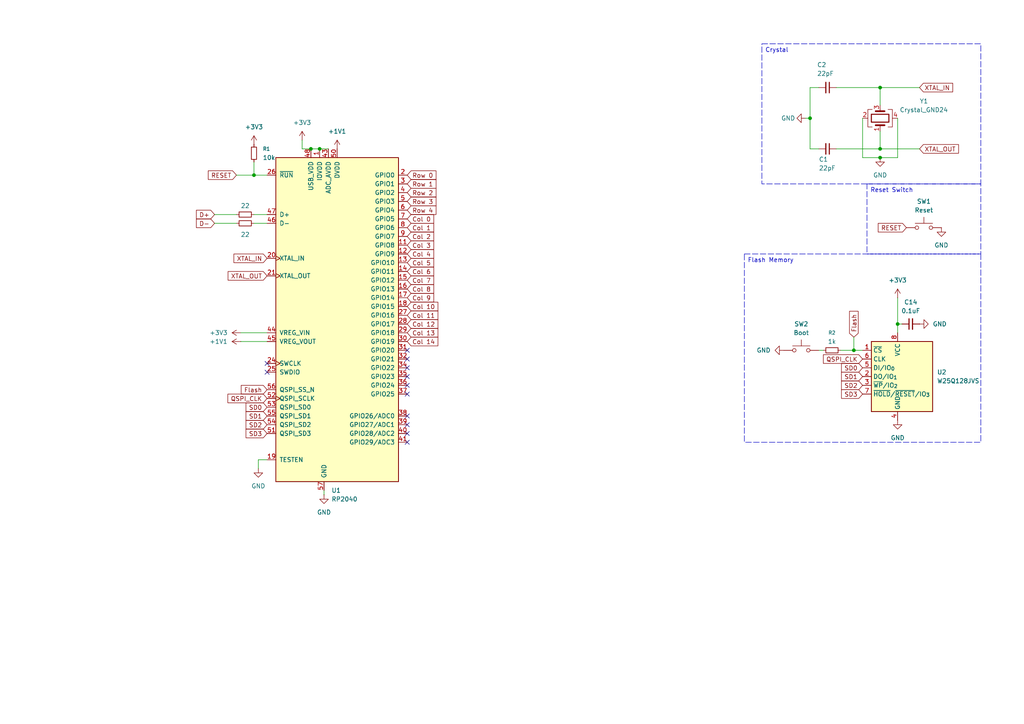
<source format=kicad_sch>
(kicad_sch
	(version 20250114)
	(generator "eeschema")
	(generator_version "9.0")
	(uuid "3ffe4693-9ffd-4a63-9861-62dd3f6983ca")
	(paper "A4")
	(title_block
		(title "Inett Square X Replacement PCB")
		(date "2025-06-14")
	)
	(lib_symbols
		(symbol "Device:C_Small"
			(pin_numbers
				(hide yes)
			)
			(pin_names
				(offset 0.254)
				(hide yes)
			)
			(exclude_from_sim no)
			(in_bom yes)
			(on_board yes)
			(property "Reference" "C"
				(at 0.254 1.778 0)
				(effects
					(font
						(size 1.27 1.27)
					)
					(justify left)
				)
			)
			(property "Value" "C_Small"
				(at 0.254 -2.032 0)
				(effects
					(font
						(size 1.27 1.27)
					)
					(justify left)
				)
			)
			(property "Footprint" ""
				(at 0 0 0)
				(effects
					(font
						(size 1.27 1.27)
					)
					(hide yes)
				)
			)
			(property "Datasheet" "~"
				(at 0 0 0)
				(effects
					(font
						(size 1.27 1.27)
					)
					(hide yes)
				)
			)
			(property "Description" "Unpolarized capacitor, small symbol"
				(at 0 0 0)
				(effects
					(font
						(size 1.27 1.27)
					)
					(hide yes)
				)
			)
			(property "ki_keywords" "capacitor cap"
				(at 0 0 0)
				(effects
					(font
						(size 1.27 1.27)
					)
					(hide yes)
				)
			)
			(property "ki_fp_filters" "C_*"
				(at 0 0 0)
				(effects
					(font
						(size 1.27 1.27)
					)
					(hide yes)
				)
			)
			(symbol "C_Small_0_1"
				(polyline
					(pts
						(xy -1.524 0.508) (xy 1.524 0.508)
					)
					(stroke
						(width 0.3048)
						(type default)
					)
					(fill
						(type none)
					)
				)
				(polyline
					(pts
						(xy -1.524 -0.508) (xy 1.524 -0.508)
					)
					(stroke
						(width 0.3302)
						(type default)
					)
					(fill
						(type none)
					)
				)
			)
			(symbol "C_Small_1_1"
				(pin passive line
					(at 0 2.54 270)
					(length 2.032)
					(name "~"
						(effects
							(font
								(size 1.27 1.27)
							)
						)
					)
					(number "1"
						(effects
							(font
								(size 1.27 1.27)
							)
						)
					)
				)
				(pin passive line
					(at 0 -2.54 90)
					(length 2.032)
					(name "~"
						(effects
							(font
								(size 1.27 1.27)
							)
						)
					)
					(number "2"
						(effects
							(font
								(size 1.27 1.27)
							)
						)
					)
				)
			)
			(embedded_fonts no)
		)
		(symbol "Device:Crystal_GND24"
			(pin_names
				(offset 1.016)
				(hide yes)
			)
			(exclude_from_sim no)
			(in_bom yes)
			(on_board yes)
			(property "Reference" "Y"
				(at 3.175 5.08 0)
				(effects
					(font
						(size 1.27 1.27)
					)
					(justify left)
				)
			)
			(property "Value" "Crystal_GND24"
				(at 3.175 3.175 0)
				(effects
					(font
						(size 1.27 1.27)
					)
					(justify left)
				)
			)
			(property "Footprint" ""
				(at 0 0 0)
				(effects
					(font
						(size 1.27 1.27)
					)
					(hide yes)
				)
			)
			(property "Datasheet" "~"
				(at 0 0 0)
				(effects
					(font
						(size 1.27 1.27)
					)
					(hide yes)
				)
			)
			(property "Description" "Four pin crystal, GND on pins 2 and 4"
				(at 0 0 0)
				(effects
					(font
						(size 1.27 1.27)
					)
					(hide yes)
				)
			)
			(property "ki_keywords" "quartz ceramic resonator oscillator"
				(at 0 0 0)
				(effects
					(font
						(size 1.27 1.27)
					)
					(hide yes)
				)
			)
			(property "ki_fp_filters" "Crystal*"
				(at 0 0 0)
				(effects
					(font
						(size 1.27 1.27)
					)
					(hide yes)
				)
			)
			(symbol "Crystal_GND24_0_1"
				(polyline
					(pts
						(xy -2.54 2.286) (xy -2.54 3.556) (xy 2.54 3.556) (xy 2.54 2.286)
					)
					(stroke
						(width 0)
						(type default)
					)
					(fill
						(type none)
					)
				)
				(polyline
					(pts
						(xy -2.54 0) (xy -2.032 0)
					)
					(stroke
						(width 0)
						(type default)
					)
					(fill
						(type none)
					)
				)
				(polyline
					(pts
						(xy -2.54 -2.286) (xy -2.54 -3.556) (xy 2.54 -3.556) (xy 2.54 -2.286)
					)
					(stroke
						(width 0)
						(type default)
					)
					(fill
						(type none)
					)
				)
				(polyline
					(pts
						(xy -2.032 -1.27) (xy -2.032 1.27)
					)
					(stroke
						(width 0.508)
						(type default)
					)
					(fill
						(type none)
					)
				)
				(rectangle
					(start -1.143 2.54)
					(end 1.143 -2.54)
					(stroke
						(width 0.3048)
						(type default)
					)
					(fill
						(type none)
					)
				)
				(polyline
					(pts
						(xy 0 3.556) (xy 0 3.81)
					)
					(stroke
						(width 0)
						(type default)
					)
					(fill
						(type none)
					)
				)
				(polyline
					(pts
						(xy 0 -3.81) (xy 0 -3.556)
					)
					(stroke
						(width 0)
						(type default)
					)
					(fill
						(type none)
					)
				)
				(polyline
					(pts
						(xy 2.032 0) (xy 2.54 0)
					)
					(stroke
						(width 0)
						(type default)
					)
					(fill
						(type none)
					)
				)
				(polyline
					(pts
						(xy 2.032 -1.27) (xy 2.032 1.27)
					)
					(stroke
						(width 0.508)
						(type default)
					)
					(fill
						(type none)
					)
				)
			)
			(symbol "Crystal_GND24_1_1"
				(pin passive line
					(at -3.81 0 0)
					(length 1.27)
					(name "1"
						(effects
							(font
								(size 1.27 1.27)
							)
						)
					)
					(number "1"
						(effects
							(font
								(size 1.27 1.27)
							)
						)
					)
				)
				(pin passive line
					(at 0 5.08 270)
					(length 1.27)
					(name "2"
						(effects
							(font
								(size 1.27 1.27)
							)
						)
					)
					(number "2"
						(effects
							(font
								(size 1.27 1.27)
							)
						)
					)
				)
				(pin passive line
					(at 0 -5.08 90)
					(length 1.27)
					(name "4"
						(effects
							(font
								(size 1.27 1.27)
							)
						)
					)
					(number "4"
						(effects
							(font
								(size 1.27 1.27)
							)
						)
					)
				)
				(pin passive line
					(at 3.81 0 180)
					(length 1.27)
					(name "3"
						(effects
							(font
								(size 1.27 1.27)
							)
						)
					)
					(number "3"
						(effects
							(font
								(size 1.27 1.27)
							)
						)
					)
				)
			)
			(embedded_fonts no)
		)
		(symbol "Device:R_Small"
			(pin_numbers
				(hide yes)
			)
			(pin_names
				(offset 0.254)
				(hide yes)
			)
			(exclude_from_sim no)
			(in_bom yes)
			(on_board yes)
			(property "Reference" "R"
				(at 0 0 90)
				(effects
					(font
						(size 1.016 1.016)
					)
				)
			)
			(property "Value" "R_Small"
				(at 1.778 0 90)
				(effects
					(font
						(size 1.27 1.27)
					)
				)
			)
			(property "Footprint" ""
				(at 0 0 0)
				(effects
					(font
						(size 1.27 1.27)
					)
					(hide yes)
				)
			)
			(property "Datasheet" "~"
				(at 0 0 0)
				(effects
					(font
						(size 1.27 1.27)
					)
					(hide yes)
				)
			)
			(property "Description" "Resistor, small symbol"
				(at 0 0 0)
				(effects
					(font
						(size 1.27 1.27)
					)
					(hide yes)
				)
			)
			(property "ki_keywords" "R resistor"
				(at 0 0 0)
				(effects
					(font
						(size 1.27 1.27)
					)
					(hide yes)
				)
			)
			(property "ki_fp_filters" "R_*"
				(at 0 0 0)
				(effects
					(font
						(size 1.27 1.27)
					)
					(hide yes)
				)
			)
			(symbol "R_Small_0_1"
				(rectangle
					(start -0.762 1.778)
					(end 0.762 -1.778)
					(stroke
						(width 0.2032)
						(type default)
					)
					(fill
						(type none)
					)
				)
			)
			(symbol "R_Small_1_1"
				(pin passive line
					(at 0 2.54 270)
					(length 0.762)
					(name "~"
						(effects
							(font
								(size 1.27 1.27)
							)
						)
					)
					(number "1"
						(effects
							(font
								(size 1.27 1.27)
							)
						)
					)
				)
				(pin passive line
					(at 0 -2.54 90)
					(length 0.762)
					(name "~"
						(effects
							(font
								(size 1.27 1.27)
							)
						)
					)
					(number "2"
						(effects
							(font
								(size 1.27 1.27)
							)
						)
					)
				)
			)
			(embedded_fonts no)
		)
		(symbol "Memory_Flash:W25Q128JVS"
			(exclude_from_sim no)
			(in_bom yes)
			(on_board yes)
			(property "Reference" "U"
				(at -6.35 11.43 0)
				(effects
					(font
						(size 1.27 1.27)
					)
				)
			)
			(property "Value" "W25Q128JVS"
				(at 7.62 11.43 0)
				(effects
					(font
						(size 1.27 1.27)
					)
				)
			)
			(property "Footprint" "Package_SO:SOIC-8_5.3x5.3mm_P1.27mm"
				(at 0 22.86 0)
				(effects
					(font
						(size 1.27 1.27)
					)
					(hide yes)
				)
			)
			(property "Datasheet" "https://www.winbond.com/resource-files/w25q128jv_dtr%20revc%2003272018%20plus.pdf"
				(at 0 25.4 0)
				(effects
					(font
						(size 1.27 1.27)
					)
					(hide yes)
				)
			)
			(property "Description" "128Mbit / 16MiB Serial Flash Memory, Standard/Dual/Quad SPI, 2.7-3.6V, SOIC-8"
				(at 0 27.94 0)
				(effects
					(font
						(size 1.27 1.27)
					)
					(hide yes)
				)
			)
			(property "ki_keywords" "flash memory SPI QPI DTR"
				(at 0 0 0)
				(effects
					(font
						(size 1.27 1.27)
					)
					(hide yes)
				)
			)
			(property "ki_fp_filters" "*SOIC*5.3x5.3mm*P1.27mm*"
				(at 0 0 0)
				(effects
					(font
						(size 1.27 1.27)
					)
					(hide yes)
				)
			)
			(symbol "W25Q128JVS_0_1"
				(rectangle
					(start -7.62 10.16)
					(end 10.16 -10.16)
					(stroke
						(width 0.254)
						(type default)
					)
					(fill
						(type background)
					)
				)
			)
			(symbol "W25Q128JVS_1_1"
				(pin input line
					(at -10.16 7.62 0)
					(length 2.54)
					(name "~{CS}"
						(effects
							(font
								(size 1.27 1.27)
							)
						)
					)
					(number "1"
						(effects
							(font
								(size 1.27 1.27)
							)
						)
					)
				)
				(pin input line
					(at -10.16 5.08 0)
					(length 2.54)
					(name "CLK"
						(effects
							(font
								(size 1.27 1.27)
							)
						)
					)
					(number "6"
						(effects
							(font
								(size 1.27 1.27)
							)
						)
					)
				)
				(pin bidirectional line
					(at -10.16 2.54 0)
					(length 2.54)
					(name "DI/IO_{0}"
						(effects
							(font
								(size 1.27 1.27)
							)
						)
					)
					(number "5"
						(effects
							(font
								(size 1.27 1.27)
							)
						)
					)
				)
				(pin bidirectional line
					(at -10.16 0 0)
					(length 2.54)
					(name "DO/IO_{1}"
						(effects
							(font
								(size 1.27 1.27)
							)
						)
					)
					(number "2"
						(effects
							(font
								(size 1.27 1.27)
							)
						)
					)
				)
				(pin bidirectional line
					(at -10.16 -2.54 0)
					(length 2.54)
					(name "~{WP}/IO_{2}"
						(effects
							(font
								(size 1.27 1.27)
							)
						)
					)
					(number "3"
						(effects
							(font
								(size 1.27 1.27)
							)
						)
					)
				)
				(pin bidirectional line
					(at -10.16 -5.08 0)
					(length 2.54)
					(name "~{HOLD}/~{RESET}/IO_{3}"
						(effects
							(font
								(size 1.27 1.27)
							)
						)
					)
					(number "7"
						(effects
							(font
								(size 1.27 1.27)
							)
						)
					)
				)
				(pin power_in line
					(at 0 12.7 270)
					(length 2.54)
					(name "VCC"
						(effects
							(font
								(size 1.27 1.27)
							)
						)
					)
					(number "8"
						(effects
							(font
								(size 1.27 1.27)
							)
						)
					)
				)
				(pin power_in line
					(at 0 -12.7 90)
					(length 2.54)
					(name "GND"
						(effects
							(font
								(size 1.27 1.27)
							)
						)
					)
					(number "4"
						(effects
							(font
								(size 1.27 1.27)
							)
						)
					)
				)
			)
			(embedded_fonts no)
		)
		(symbol "cipulot_parts:RP2040"
			(pin_names
				(offset 1.016)
			)
			(exclude_from_sim no)
			(in_bom yes)
			(on_board yes)
			(property "Reference" "U"
				(at 8.89 51.435 0)
				(effects
					(font
						(size 1.27 1.27)
					)
					(justify left bottom)
				)
			)
			(property "Value" "RP2040"
				(at 8.89 48.895 0)
				(effects
					(font
						(size 1.27 1.27)
					)
					(justify left bottom)
				)
			)
			(property "Footprint" "cipulot_parts:RP2040-QFN-56"
				(at -20.32 62.23 0)
				(effects
					(font
						(size 1.27 1.27)
					)
					(justify left bottom)
					(hide yes)
				)
			)
			(property "Datasheet" "https://datasheets.raspberrypi.com/rp2040/rp2040-datasheet.pdf"
				(at -20.32 62.23 0)
				(effects
					(font
						(size 1.27 1.27)
					)
					(justify left bottom)
					(hide yes)
				)
			)
			(property "Description" ""
				(at 0 0 0)
				(effects
					(font
						(size 1.27 1.27)
					)
					(hide yes)
				)
			)
			(property "ki_keywords" "raspberry pi 2040"
				(at 0 0 0)
				(effects
					(font
						(size 1.27 1.27)
					)
					(hide yes)
				)
			)
			(symbol "RP2040_0_0"
				(rectangle
					(start -17.78 -45.72)
					(end 17.78 48.26)
					(stroke
						(width 0.254)
						(type default)
					)
					(fill
						(type background)
					)
				)
			)
			(symbol "RP2040_1_1"
				(pin input line
					(at -20.32 43.18 0)
					(length 2.54)
					(name "~{RUN}"
						(effects
							(font
								(size 1.27 1.27)
							)
						)
					)
					(number "26"
						(effects
							(font
								(size 1.27 1.27)
							)
						)
					)
				)
				(pin bidirectional line
					(at -20.32 31.75 0)
					(length 2.54)
					(name "D+"
						(effects
							(font
								(size 1.27 1.27)
							)
						)
					)
					(number "47"
						(effects
							(font
								(size 1.27 1.27)
							)
						)
					)
				)
				(pin bidirectional line
					(at -20.32 29.21 0)
					(length 2.54)
					(name "D-"
						(effects
							(font
								(size 1.27 1.27)
							)
						)
					)
					(number "46"
						(effects
							(font
								(size 1.27 1.27)
							)
						)
					)
				)
				(pin input clock
					(at -20.32 19.05 0)
					(length 2.54)
					(name "XTAL_IN"
						(effects
							(font
								(size 1.27 1.27)
							)
						)
					)
					(number "20"
						(effects
							(font
								(size 1.27 1.27)
							)
						)
					)
				)
				(pin input clock
					(at -20.32 13.97 0)
					(length 2.54)
					(name "XTAL_OUT"
						(effects
							(font
								(size 1.27 1.27)
							)
						)
					)
					(number "21"
						(effects
							(font
								(size 1.27 1.27)
							)
						)
					)
				)
				(pin power_in line
					(at -20.32 -2.54 0)
					(length 2.54)
					(name "VREG_VIN"
						(effects
							(font
								(size 1.27 1.27)
							)
						)
					)
					(number "44"
						(effects
							(font
								(size 1.27 1.27)
							)
						)
					)
				)
				(pin power_out line
					(at -20.32 -5.08 0)
					(length 2.54)
					(name "VREG_VOUT"
						(effects
							(font
								(size 1.27 1.27)
							)
						)
					)
					(number "45"
						(effects
							(font
								(size 1.27 1.27)
							)
						)
					)
				)
				(pin input clock
					(at -20.32 -11.43 0)
					(length 2.54)
					(name "SWCLK"
						(effects
							(font
								(size 1.27 1.27)
							)
						)
					)
					(number "24"
						(effects
							(font
								(size 1.27 1.27)
							)
						)
					)
				)
				(pin bidirectional line
					(at -20.32 -13.97 0)
					(length 2.54)
					(name "SWDIO"
						(effects
							(font
								(size 1.27 1.27)
							)
						)
					)
					(number "25"
						(effects
							(font
								(size 1.27 1.27)
							)
						)
					)
				)
				(pin bidirectional line
					(at -20.32 -19.05 0)
					(length 2.54)
					(name "QSPI_SS_N"
						(effects
							(font
								(size 1.27 1.27)
							)
						)
					)
					(number "56"
						(effects
							(font
								(size 1.27 1.27)
							)
						)
					)
				)
				(pin input clock
					(at -20.32 -21.59 0)
					(length 2.54)
					(name "QSPI_SCLK"
						(effects
							(font
								(size 1.27 1.27)
							)
						)
					)
					(number "52"
						(effects
							(font
								(size 1.27 1.27)
							)
						)
					)
				)
				(pin bidirectional line
					(at -20.32 -24.13 0)
					(length 2.54)
					(name "QSPI_SD0"
						(effects
							(font
								(size 1.27 1.27)
							)
						)
					)
					(number "53"
						(effects
							(font
								(size 1.27 1.27)
							)
						)
					)
				)
				(pin bidirectional line
					(at -20.32 -26.67 0)
					(length 2.54)
					(name "QSPI_SD1"
						(effects
							(font
								(size 1.27 1.27)
							)
						)
					)
					(number "55"
						(effects
							(font
								(size 1.27 1.27)
							)
						)
					)
				)
				(pin bidirectional line
					(at -20.32 -29.21 0)
					(length 2.54)
					(name "QSPI_SD2"
						(effects
							(font
								(size 1.27 1.27)
							)
						)
					)
					(number "54"
						(effects
							(font
								(size 1.27 1.27)
							)
						)
					)
				)
				(pin bidirectional line
					(at -20.32 -31.75 0)
					(length 2.54)
					(name "QSPI_SD3"
						(effects
							(font
								(size 1.27 1.27)
							)
						)
					)
					(number "51"
						(effects
							(font
								(size 1.27 1.27)
							)
						)
					)
				)
				(pin input line
					(at -20.32 -39.37 0)
					(length 2.54)
					(name "TESTEN"
						(effects
							(font
								(size 1.27 1.27)
							)
						)
					)
					(number "19"
						(effects
							(font
								(size 1.27 1.27)
							)
						)
					)
				)
				(pin power_in line
					(at -7.62 50.8 270)
					(length 2.54)
					(name "USB_VDD"
						(effects
							(font
								(size 1.27 1.27)
							)
						)
					)
					(number "48"
						(effects
							(font
								(size 1.27 1.27)
							)
						)
					)
				)
				(pin power_in line
					(at -5.08 50.8 270)
					(length 2.54)
					(name "IOVDD"
						(effects
							(font
								(size 1.27 1.27)
							)
						)
					)
					(number "1"
						(effects
							(font
								(size 1.27 1.27)
							)
						)
					)
				)
				(pin power_in line
					(at -5.08 50.8 270)
					(length 2.54)
					(hide yes)
					(name "IOVDD"
						(effects
							(font
								(size 1.27 1.27)
							)
						)
					)
					(number "10"
						(effects
							(font
								(size 1.27 1.27)
							)
						)
					)
				)
				(pin power_in line
					(at -5.08 50.8 270)
					(length 2.54)
					(hide yes)
					(name "IOVDD"
						(effects
							(font
								(size 1.27 1.27)
							)
						)
					)
					(number "22"
						(effects
							(font
								(size 1.27 1.27)
							)
						)
					)
				)
				(pin power_in line
					(at -5.08 50.8 270)
					(length 2.54)
					(hide yes)
					(name "IOVDD"
						(effects
							(font
								(size 1.27 1.27)
							)
						)
					)
					(number "33"
						(effects
							(font
								(size 1.27 1.27)
							)
						)
					)
				)
				(pin power_in line
					(at -5.08 50.8 270)
					(length 2.54)
					(hide yes)
					(name "IOVDD"
						(effects
							(font
								(size 1.27 1.27)
							)
						)
					)
					(number "42"
						(effects
							(font
								(size 1.27 1.27)
							)
						)
					)
				)
				(pin power_in line
					(at -5.08 50.8 270)
					(length 2.54)
					(hide yes)
					(name "IOVDD"
						(effects
							(font
								(size 1.27 1.27)
							)
						)
					)
					(number "49"
						(effects
							(font
								(size 1.27 1.27)
							)
						)
					)
				)
				(pin power_in line
					(at -3.81 -48.26 90)
					(length 2.54)
					(name "GND"
						(effects
							(font
								(size 1.27 1.27)
							)
						)
					)
					(number "57"
						(effects
							(font
								(size 1.27 1.27)
							)
						)
					)
				)
				(pin power_in line
					(at -2.54 50.8 270)
					(length 2.54)
					(name "ADC_AVDD"
						(effects
							(font
								(size 1.27 1.27)
							)
						)
					)
					(number "43"
						(effects
							(font
								(size 1.27 1.27)
							)
						)
					)
				)
				(pin power_in line
					(at 0 50.8 270)
					(length 2.54)
					(hide yes)
					(name "DVDD"
						(effects
							(font
								(size 1.27 1.27)
							)
						)
					)
					(number "23"
						(effects
							(font
								(size 1.27 1.27)
							)
						)
					)
				)
				(pin power_in line
					(at 0 50.8 270)
					(length 2.54)
					(name "DVDD"
						(effects
							(font
								(size 1.27 1.27)
							)
						)
					)
					(number "50"
						(effects
							(font
								(size 1.27 1.27)
							)
						)
					)
				)
				(pin input line
					(at 20.32 43.18 180)
					(length 2.54)
					(name "GPIO0"
						(effects
							(font
								(size 1.27 1.27)
							)
						)
					)
					(number "2"
						(effects
							(font
								(size 1.27 1.27)
							)
						)
					)
				)
				(pin input line
					(at 20.32 40.64 180)
					(length 2.54)
					(name "GPIO1"
						(effects
							(font
								(size 1.27 1.27)
							)
						)
					)
					(number "3"
						(effects
							(font
								(size 1.27 1.27)
							)
						)
					)
				)
				(pin input line
					(at 20.32 38.1 180)
					(length 2.54)
					(name "GPIO2"
						(effects
							(font
								(size 1.27 1.27)
							)
						)
					)
					(number "4"
						(effects
							(font
								(size 1.27 1.27)
							)
						)
					)
				)
				(pin input line
					(at 20.32 35.56 180)
					(length 2.54)
					(name "GPIO3"
						(effects
							(font
								(size 1.27 1.27)
							)
						)
					)
					(number "5"
						(effects
							(font
								(size 1.27 1.27)
							)
						)
					)
				)
				(pin input line
					(at 20.32 33.02 180)
					(length 2.54)
					(name "GPIO4"
						(effects
							(font
								(size 1.27 1.27)
							)
						)
					)
					(number "6"
						(effects
							(font
								(size 1.27 1.27)
							)
						)
					)
				)
				(pin input line
					(at 20.32 30.48 180)
					(length 2.54)
					(name "GPIO5"
						(effects
							(font
								(size 1.27 1.27)
							)
						)
					)
					(number "7"
						(effects
							(font
								(size 1.27 1.27)
							)
						)
					)
				)
				(pin input line
					(at 20.32 27.94 180)
					(length 2.54)
					(name "GPIO6"
						(effects
							(font
								(size 1.27 1.27)
							)
						)
					)
					(number "8"
						(effects
							(font
								(size 1.27 1.27)
							)
						)
					)
				)
				(pin input line
					(at 20.32 25.4 180)
					(length 2.54)
					(name "GPIO7"
						(effects
							(font
								(size 1.27 1.27)
							)
						)
					)
					(number "9"
						(effects
							(font
								(size 1.27 1.27)
							)
						)
					)
				)
				(pin input line
					(at 20.32 22.86 180)
					(length 2.54)
					(name "GPIO8"
						(effects
							(font
								(size 1.27 1.27)
							)
						)
					)
					(number "11"
						(effects
							(font
								(size 1.27 1.27)
							)
						)
					)
				)
				(pin input line
					(at 20.32 20.32 180)
					(length 2.54)
					(name "GPIO9"
						(effects
							(font
								(size 1.27 1.27)
							)
						)
					)
					(number "12"
						(effects
							(font
								(size 1.27 1.27)
							)
						)
					)
				)
				(pin input line
					(at 20.32 17.78 180)
					(length 2.54)
					(name "GPIO10"
						(effects
							(font
								(size 1.27 1.27)
							)
						)
					)
					(number "13"
						(effects
							(font
								(size 1.27 1.27)
							)
						)
					)
				)
				(pin input line
					(at 20.32 15.24 180)
					(length 2.54)
					(name "GPIO11"
						(effects
							(font
								(size 1.27 1.27)
							)
						)
					)
					(number "14"
						(effects
							(font
								(size 1.27 1.27)
							)
						)
					)
				)
				(pin input line
					(at 20.32 12.7 180)
					(length 2.54)
					(name "GPIO12"
						(effects
							(font
								(size 1.27 1.27)
							)
						)
					)
					(number "15"
						(effects
							(font
								(size 1.27 1.27)
							)
						)
					)
				)
				(pin input line
					(at 20.32 10.16 180)
					(length 2.54)
					(name "GPIO13"
						(effects
							(font
								(size 1.27 1.27)
							)
						)
					)
					(number "16"
						(effects
							(font
								(size 1.27 1.27)
							)
						)
					)
				)
				(pin input line
					(at 20.32 7.62 180)
					(length 2.54)
					(name "GPIO14"
						(effects
							(font
								(size 1.27 1.27)
							)
						)
					)
					(number "17"
						(effects
							(font
								(size 1.27 1.27)
							)
						)
					)
				)
				(pin input line
					(at 20.32 5.08 180)
					(length 2.54)
					(name "GPIO15"
						(effects
							(font
								(size 1.27 1.27)
							)
						)
					)
					(number "18"
						(effects
							(font
								(size 1.27 1.27)
							)
						)
					)
				)
				(pin input line
					(at 20.32 2.54 180)
					(length 2.54)
					(name "GPIO16"
						(effects
							(font
								(size 1.27 1.27)
							)
						)
					)
					(number "27"
						(effects
							(font
								(size 1.27 1.27)
							)
						)
					)
				)
				(pin input line
					(at 20.32 0 180)
					(length 2.54)
					(name "GPIO17"
						(effects
							(font
								(size 1.27 1.27)
							)
						)
					)
					(number "28"
						(effects
							(font
								(size 1.27 1.27)
							)
						)
					)
				)
				(pin input line
					(at 20.32 -2.54 180)
					(length 2.54)
					(name "GPIO18"
						(effects
							(font
								(size 1.27 1.27)
							)
						)
					)
					(number "29"
						(effects
							(font
								(size 1.27 1.27)
							)
						)
					)
				)
				(pin input line
					(at 20.32 -5.08 180)
					(length 2.54)
					(name "GPIO19"
						(effects
							(font
								(size 1.27 1.27)
							)
						)
					)
					(number "30"
						(effects
							(font
								(size 1.27 1.27)
							)
						)
					)
				)
				(pin input line
					(at 20.32 -7.62 180)
					(length 2.54)
					(name "GPIO20"
						(effects
							(font
								(size 1.27 1.27)
							)
						)
					)
					(number "31"
						(effects
							(font
								(size 1.27 1.27)
							)
						)
					)
				)
				(pin input line
					(at 20.32 -10.16 180)
					(length 2.54)
					(name "GPIO21"
						(effects
							(font
								(size 1.27 1.27)
							)
						)
					)
					(number "32"
						(effects
							(font
								(size 1.27 1.27)
							)
						)
					)
				)
				(pin input line
					(at 20.32 -12.7 180)
					(length 2.54)
					(name "GPIO22"
						(effects
							(font
								(size 1.27 1.27)
							)
						)
					)
					(number "34"
						(effects
							(font
								(size 1.27 1.27)
							)
						)
					)
				)
				(pin input line
					(at 20.32 -15.24 180)
					(length 2.54)
					(name "GPIO23"
						(effects
							(font
								(size 1.27 1.27)
							)
						)
					)
					(number "35"
						(effects
							(font
								(size 1.27 1.27)
							)
						)
					)
				)
				(pin input line
					(at 20.32 -17.78 180)
					(length 2.54)
					(name "GPIO24"
						(effects
							(font
								(size 1.27 1.27)
							)
						)
					)
					(number "36"
						(effects
							(font
								(size 1.27 1.27)
							)
						)
					)
				)
				(pin input line
					(at 20.32 -20.32 180)
					(length 2.54)
					(name "GPIO25"
						(effects
							(font
								(size 1.27 1.27)
							)
						)
					)
					(number "37"
						(effects
							(font
								(size 1.27 1.27)
							)
						)
					)
				)
				(pin input line
					(at 20.32 -26.67 180)
					(length 2.54)
					(name "GPIO26/ADC0"
						(effects
							(font
								(size 1.27 1.27)
							)
						)
					)
					(number "38"
						(effects
							(font
								(size 1.27 1.27)
							)
						)
					)
				)
				(pin input line
					(at 20.32 -29.21 180)
					(length 2.54)
					(name "GPIO27/ADC1"
						(effects
							(font
								(size 1.27 1.27)
							)
						)
					)
					(number "39"
						(effects
							(font
								(size 1.27 1.27)
							)
						)
					)
				)
				(pin input line
					(at 20.32 -31.75 180)
					(length 2.54)
					(name "GPIO28/ADC2"
						(effects
							(font
								(size 1.27 1.27)
							)
						)
					)
					(number "40"
						(effects
							(font
								(size 1.27 1.27)
							)
						)
					)
				)
				(pin input line
					(at 20.32 -34.29 180)
					(length 2.54)
					(name "GPIO29/ADC3"
						(effects
							(font
								(size 1.27 1.27)
							)
						)
					)
					(number "41"
						(effects
							(font
								(size 1.27 1.27)
							)
						)
					)
				)
			)
			(embedded_fonts no)
		)
		(symbol "cipulot_parts:TS-1088R-02026"
			(pin_numbers
				(hide yes)
			)
			(pin_names
				(offset 1.016)
				(hide yes)
			)
			(exclude_from_sim no)
			(in_bom yes)
			(on_board yes)
			(property "Reference" "SW"
				(at 1.27 2.54 0)
				(effects
					(font
						(size 1.27 1.27)
					)
					(justify left)
				)
			)
			(property "Value" "SW_Push"
				(at 0 -1.524 0)
				(effects
					(font
						(size 1.27 1.27)
					)
				)
			)
			(property "Footprint" "cipulot_parts:TS-1088R-02026"
				(at 0 5.08 0)
				(effects
					(font
						(size 1.27 1.27)
					)
					(hide yes)
				)
			)
			(property "Datasheet" "https://datasheet.lcsc.com/lcsc/2304140030_XUNPU-TS-1088R-02026_C455280.pdf"
				(at 0 5.08 0)
				(effects
					(font
						(size 1.27 1.27)
					)
					(hide yes)
				)
			)
			(property "Description" "Push button switch, generic, two pins"
				(at 0 0 0)
				(effects
					(font
						(size 1.27 1.27)
					)
					(hide yes)
				)
			)
			(property "LCSC" "C455280"
				(at 0 0 0)
				(effects
					(font
						(size 1.27 1.27)
					)
					(hide yes)
				)
			)
			(property "MPN" "TS-1088R-02026"
				(at 0 0 0)
				(effects
					(font
						(size 1.27 1.27)
					)
					(hide yes)
				)
			)
			(property "ki_keywords" "switch normally-open pushbutton push-button"
				(at 0 0 0)
				(effects
					(font
						(size 1.27 1.27)
					)
					(hide yes)
				)
			)
			(symbol "TS-1088R-02026_0_1"
				(circle
					(center -2.032 0)
					(radius 0.508)
					(stroke
						(width 0)
						(type default)
					)
					(fill
						(type none)
					)
				)
				(polyline
					(pts
						(xy 0 1.27) (xy 0 3.048)
					)
					(stroke
						(width 0)
						(type default)
					)
					(fill
						(type none)
					)
				)
				(circle
					(center 2.032 0)
					(radius 0.508)
					(stroke
						(width 0)
						(type default)
					)
					(fill
						(type none)
					)
				)
				(polyline
					(pts
						(xy 2.54 1.27) (xy -2.54 1.27)
					)
					(stroke
						(width 0)
						(type default)
					)
					(fill
						(type none)
					)
				)
				(pin passive line
					(at -5.08 0 0)
					(length 2.54)
					(name "1"
						(effects
							(font
								(size 1.27 1.27)
							)
						)
					)
					(number "1"
						(effects
							(font
								(size 1.27 1.27)
							)
						)
					)
				)
				(pin passive line
					(at 5.08 0 180)
					(length 2.54)
					(name "2"
						(effects
							(font
								(size 1.27 1.27)
							)
						)
					)
					(number "2"
						(effects
							(font
								(size 1.27 1.27)
							)
						)
					)
				)
			)
			(embedded_fonts no)
		)
		(symbol "power:+1V1"
			(power)
			(pin_numbers
				(hide yes)
			)
			(pin_names
				(offset 0)
				(hide yes)
			)
			(exclude_from_sim no)
			(in_bom yes)
			(on_board yes)
			(property "Reference" "#PWR"
				(at 0 -3.81 0)
				(effects
					(font
						(size 1.27 1.27)
					)
					(hide yes)
				)
			)
			(property "Value" "+1V1"
				(at 0 3.556 0)
				(effects
					(font
						(size 1.27 1.27)
					)
				)
			)
			(property "Footprint" ""
				(at 0 0 0)
				(effects
					(font
						(size 1.27 1.27)
					)
					(hide yes)
				)
			)
			(property "Datasheet" ""
				(at 0 0 0)
				(effects
					(font
						(size 1.27 1.27)
					)
					(hide yes)
				)
			)
			(property "Description" "Power symbol creates a global label with name \"+1V1\""
				(at 0 0 0)
				(effects
					(font
						(size 1.27 1.27)
					)
					(hide yes)
				)
			)
			(property "ki_keywords" "global power"
				(at 0 0 0)
				(effects
					(font
						(size 1.27 1.27)
					)
					(hide yes)
				)
			)
			(symbol "+1V1_0_1"
				(polyline
					(pts
						(xy -0.762 1.27) (xy 0 2.54)
					)
					(stroke
						(width 0)
						(type default)
					)
					(fill
						(type none)
					)
				)
				(polyline
					(pts
						(xy 0 2.54) (xy 0.762 1.27)
					)
					(stroke
						(width 0)
						(type default)
					)
					(fill
						(type none)
					)
				)
				(polyline
					(pts
						(xy 0 0) (xy 0 2.54)
					)
					(stroke
						(width 0)
						(type default)
					)
					(fill
						(type none)
					)
				)
			)
			(symbol "+1V1_1_1"
				(pin power_in line
					(at 0 0 90)
					(length 0)
					(name "~"
						(effects
							(font
								(size 1.27 1.27)
							)
						)
					)
					(number "1"
						(effects
							(font
								(size 1.27 1.27)
							)
						)
					)
				)
			)
			(embedded_fonts no)
		)
		(symbol "power:+3V3"
			(power)
			(pin_numbers
				(hide yes)
			)
			(pin_names
				(offset 0)
				(hide yes)
			)
			(exclude_from_sim no)
			(in_bom yes)
			(on_board yes)
			(property "Reference" "#PWR"
				(at 0 -3.81 0)
				(effects
					(font
						(size 1.27 1.27)
					)
					(hide yes)
				)
			)
			(property "Value" "+3V3"
				(at 0 3.556 0)
				(effects
					(font
						(size 1.27 1.27)
					)
				)
			)
			(property "Footprint" ""
				(at 0 0 0)
				(effects
					(font
						(size 1.27 1.27)
					)
					(hide yes)
				)
			)
			(property "Datasheet" ""
				(at 0 0 0)
				(effects
					(font
						(size 1.27 1.27)
					)
					(hide yes)
				)
			)
			(property "Description" "Power symbol creates a global label with name \"+3V3\""
				(at 0 0 0)
				(effects
					(font
						(size 1.27 1.27)
					)
					(hide yes)
				)
			)
			(property "ki_keywords" "global power"
				(at 0 0 0)
				(effects
					(font
						(size 1.27 1.27)
					)
					(hide yes)
				)
			)
			(symbol "+3V3_0_1"
				(polyline
					(pts
						(xy -0.762 1.27) (xy 0 2.54)
					)
					(stroke
						(width 0)
						(type default)
					)
					(fill
						(type none)
					)
				)
				(polyline
					(pts
						(xy 0 2.54) (xy 0.762 1.27)
					)
					(stroke
						(width 0)
						(type default)
					)
					(fill
						(type none)
					)
				)
				(polyline
					(pts
						(xy 0 0) (xy 0 2.54)
					)
					(stroke
						(width 0)
						(type default)
					)
					(fill
						(type none)
					)
				)
			)
			(symbol "+3V3_1_1"
				(pin power_in line
					(at 0 0 90)
					(length 0)
					(name "~"
						(effects
							(font
								(size 1.27 1.27)
							)
						)
					)
					(number "1"
						(effects
							(font
								(size 1.27 1.27)
							)
						)
					)
				)
			)
			(embedded_fonts no)
		)
		(symbol "power:GND"
			(power)
			(pin_numbers
				(hide yes)
			)
			(pin_names
				(offset 0)
				(hide yes)
			)
			(exclude_from_sim no)
			(in_bom yes)
			(on_board yes)
			(property "Reference" "#PWR"
				(at 0 -6.35 0)
				(effects
					(font
						(size 1.27 1.27)
					)
					(hide yes)
				)
			)
			(property "Value" "GND"
				(at 0 -3.81 0)
				(effects
					(font
						(size 1.27 1.27)
					)
				)
			)
			(property "Footprint" ""
				(at 0 0 0)
				(effects
					(font
						(size 1.27 1.27)
					)
					(hide yes)
				)
			)
			(property "Datasheet" ""
				(at 0 0 0)
				(effects
					(font
						(size 1.27 1.27)
					)
					(hide yes)
				)
			)
			(property "Description" "Power symbol creates a global label with name \"GND\" , ground"
				(at 0 0 0)
				(effects
					(font
						(size 1.27 1.27)
					)
					(hide yes)
				)
			)
			(property "ki_keywords" "global power"
				(at 0 0 0)
				(effects
					(font
						(size 1.27 1.27)
					)
					(hide yes)
				)
			)
			(symbol "GND_0_1"
				(polyline
					(pts
						(xy 0 0) (xy 0 -1.27) (xy 1.27 -1.27) (xy 0 -2.54) (xy -1.27 -1.27) (xy 0 -1.27)
					)
					(stroke
						(width 0)
						(type default)
					)
					(fill
						(type none)
					)
				)
			)
			(symbol "GND_1_1"
				(pin power_in line
					(at 0 0 270)
					(length 0)
					(name "~"
						(effects
							(font
								(size 1.27 1.27)
							)
						)
					)
					(number "1"
						(effects
							(font
								(size 1.27 1.27)
							)
						)
					)
				)
			)
			(embedded_fonts no)
		)
	)
	(text_box "Crystal\n"
		(exclude_from_sim no)
		(at 220.98 12.7 0)
		(size 63.5 40.64)
		(margins 0.9525 0.9525 0.9525 0.9525)
		(stroke
			(width 0)
			(type dash)
		)
		(fill
			(type none)
		)
		(effects
			(font
				(size 1.27 1.27)
			)
			(justify left top)
		)
		(uuid "55b91305-6792-40cb-a86b-8551f36052db")
	)
	(text_box "Flash Memory\n"
		(exclude_from_sim no)
		(at 215.9 73.66 0)
		(size 68.58 54.61)
		(margins 0.9525 0.9525 0.9525 0.9525)
		(stroke
			(width 0)
			(type dash)
		)
		(fill
			(type none)
		)
		(effects
			(font
				(size 1.27 1.27)
			)
			(justify left top)
		)
		(uuid "694198a6-5520-4fa1-a414-0408dbbe5692")
	)
	(text_box "Reset Switch"
		(exclude_from_sim no)
		(at 251.46 53.34 0)
		(size 33.02 20.32)
		(margins 0.9525 0.9525 0.9525 0.9525)
		(stroke
			(width 0)
			(type dash)
		)
		(fill
			(type none)
		)
		(effects
			(font
				(size 1.27 1.27)
			)
			(justify left top)
		)
		(uuid "a49ded04-659b-40ce-8408-52d410286aa1")
	)
	(junction
		(at 73.66 50.8)
		(diameter 0)
		(color 0 0 0 0)
		(uuid "3789e56a-35a2-432f-8653-3a0dd1e427a7")
	)
	(junction
		(at 92.71 43.18)
		(diameter 0)
		(color 0 0 0 0)
		(uuid "3a73416c-9af7-4a8c-9690-1e45babd4199")
	)
	(junction
		(at 90.17 43.18)
		(diameter 0)
		(color 0 0 0 0)
		(uuid "3d75a005-bfb7-487c-ab4f-5548bd5ca116")
	)
	(junction
		(at 255.27 43.18)
		(diameter 0)
		(color 0 0 0 0)
		(uuid "485fee1d-3090-4d73-80d1-f81552848b3c")
	)
	(junction
		(at 255.27 25.4)
		(diameter 0)
		(color 0 0 0 0)
		(uuid "982db91f-15c5-45b3-a328-2b0346497c08")
	)
	(junction
		(at 260.35 93.98)
		(diameter 0)
		(color 0 0 0 0)
		(uuid "a7596105-ce41-408f-a752-188ae16be30b")
	)
	(junction
		(at 255.27 45.72)
		(diameter 0)
		(color 0 0 0 0)
		(uuid "c41912fa-f28d-4edf-a17b-9476a43094d8")
	)
	(junction
		(at 247.65 101.6)
		(diameter 0)
		(color 0 0 0 0)
		(uuid "d6b52102-d5bb-427b-81e1-772b8716db5a")
	)
	(junction
		(at 234.95 34.29)
		(diameter 0)
		(color 0 0 0 0)
		(uuid "fd3453ca-bddc-440e-aa2e-9f86cb645247")
	)
	(no_connect
		(at 118.11 104.14)
		(uuid "01e2e592-0dd9-4041-86ce-14fe8a2203b2")
	)
	(no_connect
		(at 118.11 123.19)
		(uuid "179a4ea1-54d3-46b9-a2f2-d9d071c9f9aa")
	)
	(no_connect
		(at 118.11 114.3)
		(uuid "18ec7b0a-656a-41c9-923a-3d79ef643f52")
	)
	(no_connect
		(at 77.47 107.95)
		(uuid "3906fb2e-4246-40b4-a1d2-bde5122b563a")
	)
	(no_connect
		(at 118.11 125.73)
		(uuid "496b5bd7-3fe8-4927-95f1-d82b0f731843")
	)
	(no_connect
		(at 118.11 101.6)
		(uuid "5deb2832-cda4-4116-b772-8de7b69163ad")
	)
	(no_connect
		(at 118.11 120.65)
		(uuid "5ecc4c84-236f-4c05-b9ea-45c0433ed4ef")
	)
	(no_connect
		(at 118.11 109.22)
		(uuid "68fca158-7369-4c62-bdf9-62ecca8abcf5")
	)
	(no_connect
		(at 118.11 128.27)
		(uuid "852d3dd6-2da4-44f7-88a9-675db01a0678")
	)
	(no_connect
		(at 118.11 106.68)
		(uuid "8b7e94d7-2810-43ab-9e92-a95273d27b02")
	)
	(no_connect
		(at 77.47 105.41)
		(uuid "bf9c2332-bc00-4935-b297-b6607969b40a")
	)
	(no_connect
		(at 118.11 111.76)
		(uuid "cd8ff8b9-a19f-4c99-8ece-423ebadc0d7b")
	)
	(wire
		(pts
			(xy 247.65 101.6) (xy 250.19 101.6)
		)
		(stroke
			(width 0)
			(type default)
		)
		(uuid "078cdcb7-460b-47d9-b3a7-fff1076522a3")
	)
	(wire
		(pts
			(xy 234.95 25.4) (xy 234.95 34.29)
		)
		(stroke
			(width 0)
			(type default)
		)
		(uuid "0a1d8950-3b2d-4428-ac3b-08a75b5cfb7d")
	)
	(wire
		(pts
			(xy 73.66 50.8) (xy 77.47 50.8)
		)
		(stroke
			(width 0)
			(type default)
		)
		(uuid "0a547765-f599-42bb-a5ef-ef260ae9ade3")
	)
	(wire
		(pts
			(xy 234.95 43.18) (xy 237.49 43.18)
		)
		(stroke
			(width 0)
			(type default)
		)
		(uuid "0e630946-81c8-4ade-ba17-54f7801151b3")
	)
	(wire
		(pts
			(xy 73.66 64.77) (xy 77.47 64.77)
		)
		(stroke
			(width 0)
			(type default)
		)
		(uuid "14ba51d2-7928-4d74-ab4b-90011907e616")
	)
	(wire
		(pts
			(xy 234.95 34.29) (xy 234.95 43.18)
		)
		(stroke
			(width 0)
			(type default)
		)
		(uuid "192d10fd-ac6d-4314-8995-f2d65f3dcc9b")
	)
	(wire
		(pts
			(xy 73.66 46.99) (xy 73.66 50.8)
		)
		(stroke
			(width 0)
			(type default)
		)
		(uuid "1ae90cff-f0ee-4ea8-88b7-8666f2b1fef8")
	)
	(wire
		(pts
			(xy 255.27 38.1) (xy 255.27 43.18)
		)
		(stroke
			(width 0)
			(type default)
		)
		(uuid "1afed27b-4909-4cd6-a24a-a0240bc0cb14")
	)
	(wire
		(pts
			(xy 62.23 64.77) (xy 68.58 64.77)
		)
		(stroke
			(width 0)
			(type default)
		)
		(uuid "2a050b27-c40c-4f44-b009-369464efdc0d")
	)
	(wire
		(pts
			(xy 69.85 96.52) (xy 77.47 96.52)
		)
		(stroke
			(width 0)
			(type default)
		)
		(uuid "335c5fbb-2a0d-4f72-8af1-de1d62aef4ed")
	)
	(wire
		(pts
			(xy 255.27 45.72) (xy 250.19 45.72)
		)
		(stroke
			(width 0)
			(type default)
		)
		(uuid "3a1feb54-c63a-455d-8121-1993dcbf4b15")
	)
	(wire
		(pts
			(xy 77.47 133.35) (xy 74.93 133.35)
		)
		(stroke
			(width 0)
			(type default)
		)
		(uuid "3c02e858-f594-4577-9e26-ae85f26f46f1")
	)
	(wire
		(pts
			(xy 255.27 25.4) (xy 255.27 30.48)
		)
		(stroke
			(width 0)
			(type default)
		)
		(uuid "424aa4e5-cacf-4d7b-8c3a-9ea564148d92")
	)
	(wire
		(pts
			(xy 247.65 97.79) (xy 247.65 101.6)
		)
		(stroke
			(width 0)
			(type default)
		)
		(uuid "4a617c24-f556-4963-a73c-2516157006c0")
	)
	(wire
		(pts
			(xy 255.27 25.4) (xy 242.57 25.4)
		)
		(stroke
			(width 0)
			(type default)
		)
		(uuid "4ba74980-e758-4ed5-9e10-5c6b31449602")
	)
	(wire
		(pts
			(xy 74.93 133.35) (xy 74.93 135.89)
		)
		(stroke
			(width 0)
			(type default)
		)
		(uuid "62367409-a3bd-436a-957f-554e870cef93")
	)
	(wire
		(pts
			(xy 95.25 43.18) (xy 92.71 43.18)
		)
		(stroke
			(width 0)
			(type default)
		)
		(uuid "6f32b728-c282-4be8-a0b7-6c929a151e98")
	)
	(wire
		(pts
			(xy 90.17 43.18) (xy 87.63 43.18)
		)
		(stroke
			(width 0)
			(type default)
		)
		(uuid "7bd0e39d-65e7-40e2-ad22-d3294d6fc9a2")
	)
	(wire
		(pts
			(xy 68.58 50.8) (xy 73.66 50.8)
		)
		(stroke
			(width 0)
			(type default)
		)
		(uuid "8fa7212f-eb4b-4daf-8c98-66a9846fbf4e")
	)
	(wire
		(pts
			(xy 93.98 142.24) (xy 93.98 143.51)
		)
		(stroke
			(width 0)
			(type default)
		)
		(uuid "90ebc1ce-4dbe-45d2-a704-ec73c72652dd")
	)
	(wire
		(pts
			(xy 62.23 62.23) (xy 68.58 62.23)
		)
		(stroke
			(width 0)
			(type default)
		)
		(uuid "9786dbb1-2a42-4e9e-86ee-34e72e240545")
	)
	(wire
		(pts
			(xy 237.49 25.4) (xy 234.95 25.4)
		)
		(stroke
			(width 0)
			(type default)
		)
		(uuid "9d034228-a24f-4a10-966a-c7c40d559a81")
	)
	(wire
		(pts
			(xy 243.84 101.6) (xy 247.65 101.6)
		)
		(stroke
			(width 0)
			(type default)
		)
		(uuid "aad2f595-f3ef-4efb-a651-01fccb7a488c")
	)
	(wire
		(pts
			(xy 266.7 43.18) (xy 255.27 43.18)
		)
		(stroke
			(width 0)
			(type default)
		)
		(uuid "ac9061ad-0ba0-4ac6-bfa3-a09f253e84ec")
	)
	(wire
		(pts
			(xy 242.57 43.18) (xy 255.27 43.18)
		)
		(stroke
			(width 0)
			(type default)
		)
		(uuid "b062c213-fd97-4259-b47a-e6aed6a0e403")
	)
	(wire
		(pts
			(xy 266.7 25.4) (xy 255.27 25.4)
		)
		(stroke
			(width 0)
			(type default)
		)
		(uuid "bd6dae36-9f83-49d1-bf91-7249f3ad2e03")
	)
	(wire
		(pts
			(xy 260.35 34.29) (xy 260.35 45.72)
		)
		(stroke
			(width 0)
			(type default)
		)
		(uuid "c19098a7-f33e-4604-836e-ec4f8833f906")
	)
	(wire
		(pts
			(xy 237.49 101.6) (xy 238.76 101.6)
		)
		(stroke
			(width 0)
			(type default)
		)
		(uuid "c28dd957-c863-475b-a710-1c1822b74842")
	)
	(wire
		(pts
			(xy 69.85 99.06) (xy 77.47 99.06)
		)
		(stroke
			(width 0)
			(type default)
		)
		(uuid "c57e9b31-06a4-40c1-bb3a-632c01df7ab0")
	)
	(wire
		(pts
			(xy 261.62 93.98) (xy 260.35 93.98)
		)
		(stroke
			(width 0)
			(type default)
		)
		(uuid "c61855f7-1309-4f11-a7c5-b39317e8190d")
	)
	(wire
		(pts
			(xy 73.66 62.23) (xy 77.47 62.23)
		)
		(stroke
			(width 0)
			(type default)
		)
		(uuid "c6d6c9b5-af57-419b-837a-81edd3cf31f1")
	)
	(wire
		(pts
			(xy 92.71 43.18) (xy 90.17 43.18)
		)
		(stroke
			(width 0)
			(type default)
		)
		(uuid "ccb61009-103f-4892-b941-b20ec90eaabf")
	)
	(wire
		(pts
			(xy 87.63 40.64) (xy 87.63 43.18)
		)
		(stroke
			(width 0)
			(type default)
		)
		(uuid "dba2a404-7891-4d66-b6ce-2a0a7a153e98")
	)
	(wire
		(pts
			(xy 260.35 45.72) (xy 255.27 45.72)
		)
		(stroke
			(width 0)
			(type default)
		)
		(uuid "dca1a2fa-982a-4bfb-85d9-972ffc8ae60e")
	)
	(wire
		(pts
			(xy 250.19 34.29) (xy 250.19 45.72)
		)
		(stroke
			(width 0)
			(type default)
		)
		(uuid "df9dff5b-a9e2-4e90-98a0-8f6a3e5df0d4")
	)
	(wire
		(pts
			(xy 260.35 86.36) (xy 260.35 93.98)
		)
		(stroke
			(width 0)
			(type default)
		)
		(uuid "ea802086-5e97-45e1-8059-dffc05b6153c")
	)
	(wire
		(pts
			(xy 260.35 93.98) (xy 260.35 96.52)
		)
		(stroke
			(width 0)
			(type default)
		)
		(uuid "ec6b116c-1efa-4f65-942a-4eba90fc5e42")
	)
	(wire
		(pts
			(xy 234.95 34.29) (xy 233.68 34.29)
		)
		(stroke
			(width 0)
			(type default)
		)
		(uuid "ecc4da5e-909e-48aa-a4b5-49eb9151a8d1")
	)
	(global_label "XTAL_OUT"
		(shape input)
		(at 77.47 80.01 180)
		(fields_autoplaced yes)
		(effects
			(font
				(size 1.27 1.27)
			)
			(justify right)
		)
		(uuid "058b082d-0f12-4c4c-82cc-b1996e5f54a7")
		(property "Intersheetrefs" "${INTERSHEET_REFS}"
			(at 65.5948 80.01 0)
			(effects
				(font
					(size 1.27 1.27)
				)
				(justify right)
			)
		)
	)
	(global_label "Row 2"
		(shape input)
		(at 118.11 55.88 0)
		(fields_autoplaced yes)
		(effects
			(font
				(size 1.27 1.27)
			)
			(justify left)
		)
		(uuid "0dfc5a9a-a66f-45d5-b1a8-b816d2f9d5fa")
		(property "Intersheetrefs" "${INTERSHEET_REFS}"
			(at 127.0218 55.88 0)
			(effects
				(font
					(size 1.27 1.27)
				)
				(justify left)
			)
		)
	)
	(global_label "Col 12"
		(shape input)
		(at 118.11 93.98 0)
		(fields_autoplaced yes)
		(effects
			(font
				(size 1.27 1.27)
			)
			(justify left)
		)
		(uuid "125865b0-f22a-4724-95f2-daa4e39fdefa")
		(property "Intersheetrefs" "${INTERSHEET_REFS}"
			(at 127.566 93.98 0)
			(effects
				(font
					(size 1.27 1.27)
				)
				(justify left)
			)
		)
	)
	(global_label "XTAL_IN"
		(shape input)
		(at 77.47 74.93 180)
		(fields_autoplaced yes)
		(effects
			(font
				(size 1.27 1.27)
			)
			(justify right)
		)
		(uuid "13c76532-0495-42dd-a305-23e85b2f9313")
		(property "Intersheetrefs" "${INTERSHEET_REFS}"
			(at 67.2881 74.93 0)
			(effects
				(font
					(size 1.27 1.27)
				)
				(justify right)
			)
		)
	)
	(global_label "Row 4"
		(shape input)
		(at 118.11 60.96 0)
		(fields_autoplaced yes)
		(effects
			(font
				(size 1.27 1.27)
			)
			(justify left)
		)
		(uuid "1e7364bb-3868-43c2-8493-66af41684c40")
		(property "Intersheetrefs" "${INTERSHEET_REFS}"
			(at 127.0218 60.96 0)
			(effects
				(font
					(size 1.27 1.27)
				)
				(justify left)
			)
		)
	)
	(global_label "RESET"
		(shape input)
		(at 68.58 50.8 180)
		(fields_autoplaced yes)
		(effects
			(font
				(size 1.27 1.27)
			)
			(justify right)
		)
		(uuid "1eebf10e-1326-4958-90db-afeb4f252e5b")
		(property "Intersheetrefs" "${INTERSHEET_REFS}"
			(at 59.8497 50.8 0)
			(effects
				(font
					(size 1.27 1.27)
				)
				(justify right)
			)
		)
	)
	(global_label "Col 11"
		(shape input)
		(at 118.11 91.44 0)
		(fields_autoplaced yes)
		(effects
			(font
				(size 1.27 1.27)
			)
			(justify left)
		)
		(uuid "2b0b51c0-541b-4e58-9f8b-6a9977945af8")
		(property "Intersheetrefs" "${INTERSHEET_REFS}"
			(at 127.566 91.44 0)
			(effects
				(font
					(size 1.27 1.27)
				)
				(justify left)
			)
		)
	)
	(global_label "SD0"
		(shape input)
		(at 77.47 118.11 180)
		(fields_autoplaced yes)
		(effects
			(font
				(size 1.27 1.27)
			)
			(justify right)
		)
		(uuid "2f947e7f-57cd-4571-b800-d86785b5798b")
		(property "Intersheetrefs" "${INTERSHEET_REFS}"
			(at 70.7958 118.11 0)
			(effects
				(font
					(size 1.27 1.27)
				)
				(justify right)
			)
		)
	)
	(global_label "SD3"
		(shape input)
		(at 250.19 114.3 180)
		(fields_autoplaced yes)
		(effects
			(font
				(size 1.27 1.27)
			)
			(justify right)
		)
		(uuid "3106f151-c914-4d78-a972-4ef4ae4704c6")
		(property "Intersheetrefs" "${INTERSHEET_REFS}"
			(at 243.5158 114.3 0)
			(effects
				(font
					(size 1.27 1.27)
				)
				(justify right)
			)
		)
	)
	(global_label "Col 13"
		(shape input)
		(at 118.11 96.52 0)
		(fields_autoplaced yes)
		(effects
			(font
				(size 1.27 1.27)
			)
			(justify left)
		)
		(uuid "3b41acad-ba6f-4549-91a2-46fab0bf26f1")
		(property "Intersheetrefs" "${INTERSHEET_REFS}"
			(at 127.566 96.52 0)
			(effects
				(font
					(size 1.27 1.27)
				)
				(justify left)
			)
		)
	)
	(global_label "Row 3"
		(shape input)
		(at 118.11 58.42 0)
		(fields_autoplaced yes)
		(effects
			(font
				(size 1.27 1.27)
			)
			(justify left)
		)
		(uuid "405b89ba-41f8-4491-9d42-9cd3c712660a")
		(property "Intersheetrefs" "${INTERSHEET_REFS}"
			(at 127.0218 58.42 0)
			(effects
				(font
					(size 1.27 1.27)
				)
				(justify left)
			)
		)
	)
	(global_label "Flash"
		(shape input)
		(at 247.65 97.79 90)
		(fields_autoplaced yes)
		(effects
			(font
				(size 1.27 1.27)
			)
			(justify left)
		)
		(uuid "57447b62-cea2-42ac-8a46-10eaeecb12bd")
		(property "Intersheetrefs" "${INTERSHEET_REFS}"
			(at 247.65 89.7249 90)
			(effects
				(font
					(size 1.27 1.27)
				)
				(justify left)
			)
		)
	)
	(global_label "SD3"
		(shape input)
		(at 77.47 125.73 180)
		(fields_autoplaced yes)
		(effects
			(font
				(size 1.27 1.27)
			)
			(justify right)
		)
		(uuid "5d93995d-75a0-484a-989f-d45b65ebaa38")
		(property "Intersheetrefs" "${INTERSHEET_REFS}"
			(at 70.7958 125.73 0)
			(effects
				(font
					(size 1.27 1.27)
				)
				(justify right)
			)
		)
	)
	(global_label "Col 1"
		(shape input)
		(at 118.11 66.04 0)
		(fields_autoplaced yes)
		(effects
			(font
				(size 1.27 1.27)
			)
			(justify left)
		)
		(uuid "6762b56f-b95a-4955-8e62-d3be22a8051e")
		(property "Intersheetrefs" "${INTERSHEET_REFS}"
			(at 126.3565 66.04 0)
			(effects
				(font
					(size 1.27 1.27)
				)
				(justify left)
			)
		)
	)
	(global_label "RESET"
		(shape input)
		(at 262.89 66.04 180)
		(fields_autoplaced yes)
		(effects
			(font
				(size 1.27 1.27)
			)
			(justify right)
		)
		(uuid "6eb4d98b-7ba0-412d-816a-a72b0cbdd791")
		(property "Intersheetrefs" "${INTERSHEET_REFS}"
			(at 254.1597 66.04 0)
			(effects
				(font
					(size 1.27 1.27)
				)
				(justify right)
			)
		)
	)
	(global_label "SD2"
		(shape input)
		(at 77.47 123.19 180)
		(fields_autoplaced yes)
		(effects
			(font
				(size 1.27 1.27)
			)
			(justify right)
		)
		(uuid "70118625-41ab-48f6-aeda-2eb09f9da4ef")
		(property "Intersheetrefs" "${INTERSHEET_REFS}"
			(at 70.7958 123.19 0)
			(effects
				(font
					(size 1.27 1.27)
				)
				(justify right)
			)
		)
	)
	(global_label "Col 6"
		(shape input)
		(at 118.11 78.74 0)
		(fields_autoplaced yes)
		(effects
			(font
				(size 1.27 1.27)
			)
			(justify left)
		)
		(uuid "74f29944-caf5-4354-bee3-66129f301704")
		(property "Intersheetrefs" "${INTERSHEET_REFS}"
			(at 126.3565 78.74 0)
			(effects
				(font
					(size 1.27 1.27)
				)
				(justify left)
			)
		)
	)
	(global_label "D+"
		(shape input)
		(at 62.23 62.23 180)
		(fields_autoplaced yes)
		(effects
			(font
				(size 1.27 1.27)
			)
			(justify right)
		)
		(uuid "7740a871-208c-4e02-9b79-9334ac61cbbc")
		(property "Intersheetrefs" "${INTERSHEET_REFS}"
			(at 56.4024 62.23 0)
			(effects
				(font
					(size 1.27 1.27)
				)
				(justify right)
			)
		)
	)
	(global_label "SD0"
		(shape input)
		(at 250.19 106.68 180)
		(fields_autoplaced yes)
		(effects
			(font
				(size 1.27 1.27)
			)
			(justify right)
		)
		(uuid "7821fe71-8aab-4468-8cd5-c0399cbfadfe")
		(property "Intersheetrefs" "${INTERSHEET_REFS}"
			(at 243.5158 106.68 0)
			(effects
				(font
					(size 1.27 1.27)
				)
				(justify right)
			)
		)
	)
	(global_label "Flash"
		(shape input)
		(at 77.47 113.03 180)
		(fields_autoplaced yes)
		(effects
			(font
				(size 1.27 1.27)
			)
			(justify right)
		)
		(uuid "7f845a77-4e9b-4c6a-949e-d4931c00c47c")
		(property "Intersheetrefs" "${INTERSHEET_REFS}"
			(at 69.4049 113.03 0)
			(effects
				(font
					(size 1.27 1.27)
				)
				(justify right)
			)
		)
	)
	(global_label "Col 7"
		(shape input)
		(at 118.11 81.28 0)
		(fields_autoplaced yes)
		(effects
			(font
				(size 1.27 1.27)
			)
			(justify left)
		)
		(uuid "8d9003df-3923-4b72-8d1e-3c0296db84ae")
		(property "Intersheetrefs" "${INTERSHEET_REFS}"
			(at 126.3565 81.28 0)
			(effects
				(font
					(size 1.27 1.27)
				)
				(justify left)
			)
		)
	)
	(global_label "Col 2"
		(shape input)
		(at 118.11 68.58 0)
		(fields_autoplaced yes)
		(effects
			(font
				(size 1.27 1.27)
			)
			(justify left)
		)
		(uuid "95e76fa8-706a-4ea1-b224-72625bc2e4d1")
		(property "Intersheetrefs" "${INTERSHEET_REFS}"
			(at 126.3565 68.58 0)
			(effects
				(font
					(size 1.27 1.27)
				)
				(justify left)
			)
		)
	)
	(global_label "Col 0"
		(shape input)
		(at 118.11 63.5 0)
		(fields_autoplaced yes)
		(effects
			(font
				(size 1.27 1.27)
			)
			(justify left)
		)
		(uuid "985c1549-f385-4d2b-b08a-4552db74d0ba")
		(property "Intersheetrefs" "${INTERSHEET_REFS}"
			(at 126.3565 63.5 0)
			(effects
				(font
					(size 1.27 1.27)
				)
				(justify left)
			)
		)
	)
	(global_label "SD1"
		(shape input)
		(at 77.47 120.65 180)
		(fields_autoplaced yes)
		(effects
			(font
				(size 1.27 1.27)
			)
			(justify right)
		)
		(uuid "9d9f2383-fc98-4c48-9fbf-944ff8043c05")
		(property "Intersheetrefs" "${INTERSHEET_REFS}"
			(at 70.7958 120.65 0)
			(effects
				(font
					(size 1.27 1.27)
				)
				(justify right)
			)
		)
	)
	(global_label "Col 10"
		(shape input)
		(at 118.11 88.9 0)
		(fields_autoplaced yes)
		(effects
			(font
				(size 1.27 1.27)
			)
			(justify left)
		)
		(uuid "9f3cdef6-7084-4a8c-a646-51163856f57f")
		(property "Intersheetrefs" "${INTERSHEET_REFS}"
			(at 127.566 88.9 0)
			(effects
				(font
					(size 1.27 1.27)
				)
				(justify left)
			)
		)
	)
	(global_label "SD2"
		(shape input)
		(at 250.19 111.76 180)
		(fields_autoplaced yes)
		(effects
			(font
				(size 1.27 1.27)
			)
			(justify right)
		)
		(uuid "a3ad94d6-02c6-4dae-ac9d-7ef5de28e83c")
		(property "Intersheetrefs" "${INTERSHEET_REFS}"
			(at 243.5158 111.76 0)
			(effects
				(font
					(size 1.27 1.27)
				)
				(justify right)
			)
		)
	)
	(global_label "Col 4"
		(shape input)
		(at 118.11 73.66 0)
		(fields_autoplaced yes)
		(effects
			(font
				(size 1.27 1.27)
			)
			(justify left)
		)
		(uuid "ac10e54a-5471-4a47-8dec-a444faa973ba")
		(property "Intersheetrefs" "${INTERSHEET_REFS}"
			(at 126.3565 73.66 0)
			(effects
				(font
					(size 1.27 1.27)
				)
				(justify left)
			)
		)
	)
	(global_label "Row 1"
		(shape input)
		(at 118.11 53.34 0)
		(fields_autoplaced yes)
		(effects
			(font
				(size 1.27 1.27)
			)
			(justify left)
		)
		(uuid "b116ddd3-fc68-4dbd-9c89-bbcfd7aaddb7")
		(property "Intersheetrefs" "${INTERSHEET_REFS}"
			(at 127.0218 53.34 0)
			(effects
				(font
					(size 1.27 1.27)
				)
				(justify left)
			)
		)
	)
	(global_label "Col 9"
		(shape input)
		(at 118.11 86.36 0)
		(fields_autoplaced yes)
		(effects
			(font
				(size 1.27 1.27)
			)
			(justify left)
		)
		(uuid "b749b0f2-28b6-41e2-ac8a-2ed8cdab6bfb")
		(property "Intersheetrefs" "${INTERSHEET_REFS}"
			(at 126.3565 86.36 0)
			(effects
				(font
					(size 1.27 1.27)
				)
				(justify left)
			)
		)
	)
	(global_label "Col 8"
		(shape input)
		(at 118.11 83.82 0)
		(fields_autoplaced yes)
		(effects
			(font
				(size 1.27 1.27)
			)
			(justify left)
		)
		(uuid "b754dad3-184f-4b53-8657-3f626daaa6ec")
		(property "Intersheetrefs" "${INTERSHEET_REFS}"
			(at 126.3565 83.82 0)
			(effects
				(font
					(size 1.27 1.27)
				)
				(justify left)
			)
		)
	)
	(global_label "XTAL_OUT"
		(shape input)
		(at 266.7 43.18 0)
		(fields_autoplaced yes)
		(effects
			(font
				(size 1.27 1.27)
			)
			(justify left)
		)
		(uuid "bbb978ac-f2f5-4b79-864c-286a5af2b89d")
		(property "Intersheetrefs" "${INTERSHEET_REFS}"
			(at 278.5752 43.18 0)
			(effects
				(font
					(size 1.27 1.27)
				)
				(justify left)
			)
		)
	)
	(global_label "Row 0"
		(shape input)
		(at 118.11 50.8 0)
		(fields_autoplaced yes)
		(effects
			(font
				(size 1.27 1.27)
			)
			(justify left)
		)
		(uuid "cc41a040-5013-4dbe-804b-96d9ccd0fad3")
		(property "Intersheetrefs" "${INTERSHEET_REFS}"
			(at 127.0218 50.8 0)
			(effects
				(font
					(size 1.27 1.27)
				)
				(justify left)
			)
		)
	)
	(global_label "XTAL_IN"
		(shape input)
		(at 266.7 25.4 0)
		(fields_autoplaced yes)
		(effects
			(font
				(size 1.27 1.27)
			)
			(justify left)
		)
		(uuid "cdb2ccf3-a654-42fc-9a22-e4c3215514e9")
		(property "Intersheetrefs" "${INTERSHEET_REFS}"
			(at 276.8819 25.4 0)
			(effects
				(font
					(size 1.27 1.27)
				)
				(justify left)
			)
		)
	)
	(global_label "Col 5"
		(shape input)
		(at 118.11 76.2 0)
		(fields_autoplaced yes)
		(effects
			(font
				(size 1.27 1.27)
			)
			(justify left)
		)
		(uuid "d0388793-d5b9-46cf-bfb0-adbafa769ad9")
		(property "Intersheetrefs" "${INTERSHEET_REFS}"
			(at 126.3565 76.2 0)
			(effects
				(font
					(size 1.27 1.27)
				)
				(justify left)
			)
		)
	)
	(global_label "QSPI_CLK"
		(shape input)
		(at 77.47 115.57 180)
		(fields_autoplaced yes)
		(effects
			(font
				(size 1.27 1.27)
			)
			(justify right)
		)
		(uuid "d196a2fe-915b-4222-a298-e5b5b3e73d61")
		(property "Intersheetrefs" "${INTERSHEET_REFS}"
			(at 65.5343 115.57 0)
			(effects
				(font
					(size 1.27 1.27)
				)
				(justify right)
			)
		)
	)
	(global_label "Col 3"
		(shape input)
		(at 118.11 71.12 0)
		(fields_autoplaced yes)
		(effects
			(font
				(size 1.27 1.27)
			)
			(justify left)
		)
		(uuid "d25bccdf-f474-4f23-85c5-8e1d92aa4cf7")
		(property "Intersheetrefs" "${INTERSHEET_REFS}"
			(at 126.3565 71.12 0)
			(effects
				(font
					(size 1.27 1.27)
				)
				(justify left)
			)
		)
	)
	(global_label "QSPI_CLK"
		(shape input)
		(at 250.19 104.14 180)
		(fields_autoplaced yes)
		(effects
			(font
				(size 1.27 1.27)
			)
			(justify right)
		)
		(uuid "d51a67c2-f196-4165-a57c-f132a39ab793")
		(property "Intersheetrefs" "${INTERSHEET_REFS}"
			(at 238.2543 104.14 0)
			(effects
				(font
					(size 1.27 1.27)
				)
				(justify right)
			)
		)
	)
	(global_label "SD1"
		(shape input)
		(at 250.19 109.22 180)
		(fields_autoplaced yes)
		(effects
			(font
				(size 1.27 1.27)
			)
			(justify right)
		)
		(uuid "e1a24a5c-2a83-4260-aa34-c3ec84f931d2")
		(property "Intersheetrefs" "${INTERSHEET_REFS}"
			(at 243.5158 109.22 0)
			(effects
				(font
					(size 1.27 1.27)
				)
				(justify right)
			)
		)
	)
	(global_label "D-"
		(shape input)
		(at 62.23 64.77 180)
		(fields_autoplaced yes)
		(effects
			(font
				(size 1.27 1.27)
			)
			(justify right)
		)
		(uuid "ebeda8cc-c581-42fe-83fa-6a4d259efe4e")
		(property "Intersheetrefs" "${INTERSHEET_REFS}"
			(at 56.4024 64.77 0)
			(effects
				(font
					(size 1.27 1.27)
				)
				(justify right)
			)
		)
	)
	(global_label "Col 14"
		(shape input)
		(at 118.11 99.06 0)
		(fields_autoplaced yes)
		(effects
			(font
				(size 1.27 1.27)
			)
			(justify left)
		)
		(uuid "f4825049-fb9c-4f00-9ad2-52d73c074ad8")
		(property "Intersheetrefs" "${INTERSHEET_REFS}"
			(at 127.566 99.06 0)
			(effects
				(font
					(size 1.27 1.27)
				)
				(justify left)
			)
		)
	)
	(symbol
		(lib_id "power:+3V3")
		(at 87.63 40.64 0)
		(unit 1)
		(exclude_from_sim no)
		(in_bom yes)
		(on_board yes)
		(dnp no)
		(fields_autoplaced yes)
		(uuid "00f2e33e-cd5d-4c4e-a6ab-eeed3803c3a9")
		(property "Reference" "#PWR019"
			(at 87.63 44.45 0)
			(effects
				(font
					(size 1.27 1.27)
				)
				(hide yes)
			)
		)
		(property "Value" "+3V3"
			(at 87.63 35.56 0)
			(effects
				(font
					(size 1.27 1.27)
				)
			)
		)
		(property "Footprint" ""
			(at 87.63 40.64 0)
			(effects
				(font
					(size 1.27 1.27)
				)
				(hide yes)
			)
		)
		(property "Datasheet" ""
			(at 87.63 40.64 0)
			(effects
				(font
					(size 1.27 1.27)
				)
				(hide yes)
			)
		)
		(property "Description" "Power symbol creates a global label with name \"+3V3\""
			(at 87.63 40.64 0)
			(effects
				(font
					(size 1.27 1.27)
				)
				(hide yes)
			)
		)
		(pin "1"
			(uuid "e910c5eb-8ccb-48ce-b439-401dbbb96cf3")
		)
		(instances
			(project "Inett_60_PCB"
				(path "/fb7dcea0-f0aa-436d-b376-9fbfab82fd79/7ca0c52b-a1ff-4918-a852-ffc145ea3291"
					(reference "#PWR019")
					(unit 1)
				)
			)
		)
	)
	(symbol
		(lib_id "Device:C_Small")
		(at 264.16 93.98 90)
		(unit 1)
		(exclude_from_sim no)
		(in_bom yes)
		(on_board yes)
		(dnp no)
		(fields_autoplaced yes)
		(uuid "17d4ef9d-1aff-4db8-8372-3904c9eaebd7")
		(property "Reference" "C14"
			(at 264.1663 87.63 90)
			(effects
				(font
					(size 1.27 1.27)
				)
			)
		)
		(property "Value" "0.1uF"
			(at 264.1663 90.17 90)
			(effects
				(font
					(size 1.27 1.27)
				)
			)
		)
		(property "Footprint" "PCM_cipulot_parts:C_0402"
			(at 264.16 93.98 0)
			(effects
				(font
					(size 1.27 1.27)
				)
				(hide yes)
			)
		)
		(property "Datasheet" "~"
			(at 264.16 93.98 0)
			(effects
				(font
					(size 1.27 1.27)
				)
				(hide yes)
			)
		)
		(property "Description" "Unpolarized capacitor, small symbol"
			(at 264.16 93.98 0)
			(effects
				(font
					(size 1.27 1.27)
				)
				(hide yes)
			)
		)
		(pin "1"
			(uuid "929bea73-60c4-40ee-890a-9fa9efd17773")
		)
		(pin "2"
			(uuid "c1a9c177-4dc4-4493-9f92-e4a9c0629317")
		)
		(instances
			(project "Inett_60_PCB"
				(path "/fb7dcea0-f0aa-436d-b376-9fbfab82fd79/7ca0c52b-a1ff-4918-a852-ffc145ea3291"
					(reference "C14")
					(unit 1)
				)
			)
		)
	)
	(symbol
		(lib_id "Device:C_Small")
		(at 240.03 43.18 270)
		(unit 1)
		(exclude_from_sim no)
		(in_bom yes)
		(on_board yes)
		(dnp no)
		(uuid "1b3ad109-e37f-46cc-a0ed-f8f23e18b0cf")
		(property "Reference" "C1"
			(at 237.49 46.228 90)
			(effects
				(font
					(size 1.27 1.27)
				)
				(justify left)
			)
		)
		(property "Value" "22pF"
			(at 237.49 48.768 90)
			(effects
				(font
					(size 1.27 1.27)
				)
				(justify left)
			)
		)
		(property "Footprint" "Capacitor_SMD:C_0402_1005Metric"
			(at 240.03 43.18 0)
			(effects
				(font
					(size 1.27 1.27)
				)
				(hide yes)
			)
		)
		(property "Datasheet" "~"
			(at 240.03 43.18 0)
			(effects
				(font
					(size 1.27 1.27)
				)
				(hide yes)
			)
		)
		(property "Description" "Unpolarized capacitor, small symbol"
			(at 240.03 43.18 0)
			(effects
				(font
					(size 1.27 1.27)
				)
				(hide yes)
			)
		)
		(pin "1"
			(uuid "9598c6e1-5c8e-4d84-84db-657d8073047a")
		)
		(pin "2"
			(uuid "e393d7f1-bf1e-45e5-9692-083808dfc7b7")
		)
		(instances
			(project ""
				(path "/fb7dcea0-f0aa-436d-b376-9fbfab82fd79/7ca0c52b-a1ff-4918-a852-ffc145ea3291"
					(reference "C1")
					(unit 1)
				)
			)
		)
	)
	(symbol
		(lib_id "Device:Crystal_GND24")
		(at 255.27 34.29 90)
		(unit 1)
		(exclude_from_sim no)
		(in_bom yes)
		(on_board yes)
		(dnp no)
		(fields_autoplaced yes)
		(uuid "1d657925-b076-4be6-877d-581987fe6ead")
		(property "Reference" "Y1"
			(at 267.97 29.3368 90)
			(effects
				(font
					(size 1.27 1.27)
				)
			)
		)
		(property "Value" "Crystal_GND24"
			(at 267.97 31.8768 90)
			(effects
				(font
					(size 1.27 1.27)
				)
			)
		)
		(property "Footprint" "Crystal:Crystal_SMD_3225-4Pin_3.2x2.5mm"
			(at 255.27 34.29 0)
			(effects
				(font
					(size 1.27 1.27)
				)
				(hide yes)
			)
		)
		(property "Datasheet" "~"
			(at 255.27 34.29 0)
			(effects
				(font
					(size 1.27 1.27)
				)
				(hide yes)
			)
		)
		(property "Description" "Four pin crystal, GND on pins 2 and 4"
			(at 255.27 34.29 0)
			(effects
				(font
					(size 1.27 1.27)
				)
				(hide yes)
			)
		)
		(pin "4"
			(uuid "c9be8a2b-fc6d-45b9-8b75-9086487f4deb")
		)
		(pin "3"
			(uuid "0c42fb18-de1b-40b3-92db-9410d33a7d55")
		)
		(pin "1"
			(uuid "61818bd3-4b8f-437a-94ae-10567621a4ea")
		)
		(pin "2"
			(uuid "b5737011-b909-4be7-b5a7-c939d0372dec")
		)
		(instances
			(project ""
				(path "/fb7dcea0-f0aa-436d-b376-9fbfab82fd79/7ca0c52b-a1ff-4918-a852-ffc145ea3291"
					(reference "Y1")
					(unit 1)
				)
			)
		)
	)
	(symbol
		(lib_id "power:+1V1")
		(at 69.85 99.06 90)
		(unit 1)
		(exclude_from_sim no)
		(in_bom yes)
		(on_board yes)
		(dnp no)
		(fields_autoplaced yes)
		(uuid "1f0ef6c3-4191-4ba4-8871-108805800598")
		(property "Reference" "#PWR022"
			(at 73.66 99.06 0)
			(effects
				(font
					(size 1.27 1.27)
				)
				(hide yes)
			)
		)
		(property "Value" "+1V1"
			(at 66.04 99.0599 90)
			(effects
				(font
					(size 1.27 1.27)
				)
				(justify left)
			)
		)
		(property "Footprint" ""
			(at 69.85 99.06 0)
			(effects
				(font
					(size 1.27 1.27)
				)
				(hide yes)
			)
		)
		(property "Datasheet" ""
			(at 69.85 99.06 0)
			(effects
				(font
					(size 1.27 1.27)
				)
				(hide yes)
			)
		)
		(property "Description" "Power symbol creates a global label with name \"+1V1\""
			(at 69.85 99.06 0)
			(effects
				(font
					(size 1.27 1.27)
				)
				(hide yes)
			)
		)
		(pin "1"
			(uuid "f6db6394-cfb8-4170-856b-58f6f544fac5")
		)
		(instances
			(project "Inett_60_PCB"
				(path "/fb7dcea0-f0aa-436d-b376-9fbfab82fd79/7ca0c52b-a1ff-4918-a852-ffc145ea3291"
					(reference "#PWR022")
					(unit 1)
				)
			)
		)
	)
	(symbol
		(lib_id "cipulot_parts:RP2040")
		(at 97.79 93.98 0)
		(unit 1)
		(exclude_from_sim no)
		(in_bom yes)
		(on_board yes)
		(dnp no)
		(fields_autoplaced yes)
		(uuid "22af45d6-9ac1-4a23-a74b-4979bf4b95dc")
		(property "Reference" "U1"
			(at 96.1233 142.24 0)
			(effects
				(font
					(size 1.27 1.27)
				)
				(justify left)
			)
		)
		(property "Value" "RP2040"
			(at 96.1233 144.78 0)
			(effects
				(font
					(size 1.27 1.27)
				)
				(justify left)
			)
		)
		(property "Footprint" "PCM_cipulot_parts:RP2040-QFN-56"
			(at 77.47 31.75 0)
			(effects
				(font
					(size 1.27 1.27)
				)
				(justify left bottom)
				(hide yes)
			)
		)
		(property "Datasheet" "https://datasheets.raspberrypi.com/rp2040/rp2040-datasheet.pdf"
			(at 77.47 31.75 0)
			(effects
				(font
					(size 1.27 1.27)
				)
				(justify left bottom)
				(hide yes)
			)
		)
		(property "Description" ""
			(at 97.79 93.98 0)
			(effects
				(font
					(size 1.27 1.27)
				)
				(hide yes)
			)
		)
		(pin "46"
			(uuid "9ab1e7ca-18e3-43e8-b08b-162dc8ae038b")
		)
		(pin "23"
			(uuid "4ef8e451-c7f2-4b59-bf11-ddaee542cad0")
		)
		(pin "17"
			(uuid "1991efc8-609b-4456-a28f-00d2555129ed")
		)
		(pin "29"
			(uuid "09da4a30-4800-487e-8353-67c586a1ab53")
		)
		(pin "42"
			(uuid "b9623432-e00d-4ca8-92f8-946d6d67efb8")
		)
		(pin "33"
			(uuid "adc21713-33e0-45b2-a60a-53fb7b5f4e25")
		)
		(pin "48"
			(uuid "a4b021f7-6342-4223-b9ae-c50af6db18ae")
		)
		(pin "18"
			(uuid "6d9b99a7-2d83-4126-a768-df90fee9647e")
		)
		(pin "4"
			(uuid "0952e77e-f44d-469b-b8e1-2aaa14831105")
		)
		(pin "39"
			(uuid "09d370bd-d8aa-4d5d-838b-a35db14c138d")
		)
		(pin "25"
			(uuid "928db771-9cc6-4901-b7ef-7d29b171f8c9")
		)
		(pin "1"
			(uuid "c842d7bf-d148-4e2a-a800-5ca61e353fae")
		)
		(pin "37"
			(uuid "748b8286-2ae7-41c2-a831-4d05aeb0974a")
		)
		(pin "6"
			(uuid "91070b1c-aa18-4b2d-b03d-dca94104650a")
		)
		(pin "8"
			(uuid "d7508a3d-64ac-43de-9eab-9c7db44d79e9")
		)
		(pin "35"
			(uuid "9a5c10d5-2048-460f-bc7d-a7a72b527045")
		)
		(pin "50"
			(uuid "69076b5d-feb9-4137-914f-1c30b3bc1d1e")
		)
		(pin "40"
			(uuid "25986b9e-5132-491d-ac0c-596933555b48")
		)
		(pin "19"
			(uuid "fd87ad16-1d47-4741-807b-bae2b0a62dd2")
		)
		(pin "12"
			(uuid "773c3d41-268d-4fbe-b02f-24974e26b385")
		)
		(pin "28"
			(uuid "a7113cd1-52e9-408a-9f2a-4ee98cdb8669")
		)
		(pin "14"
			(uuid "d219cfdb-9bce-41db-8560-95dc5bf92448")
		)
		(pin "16"
			(uuid "cf4fb60e-5e0d-4bd7-969d-13661d9df0ae")
		)
		(pin "24"
			(uuid "e0bf317f-a33a-452e-8590-5a57d070397c")
		)
		(pin "53"
			(uuid "d8884a28-7769-4182-8980-012a8e9ce6ad")
		)
		(pin "51"
			(uuid "5ea014b1-3e99-429e-87f6-39db9af92799")
		)
		(pin "21"
			(uuid "52b48c7e-b5a4-4bed-a68f-829e0ab2fef9")
		)
		(pin "52"
			(uuid "9c809117-e341-4e04-b0e0-be52090bbc08")
		)
		(pin "7"
			(uuid "5dd2f2d3-ddb3-4bdd-9918-1ba13e017232")
		)
		(pin "9"
			(uuid "1bff4183-6bd0-4bc7-8f6e-6bcf84ca9de2")
		)
		(pin "11"
			(uuid "74f6a575-a122-4d58-9175-02963ccdd4ee")
		)
		(pin "20"
			(uuid "bfaef0fd-f73a-4e0e-9f5d-68e88ae16422")
		)
		(pin "45"
			(uuid "1e1ee633-20b6-4382-8f64-6e729121c724")
		)
		(pin "47"
			(uuid "8b4caad1-e691-447e-bedb-d6e4791834b3")
		)
		(pin "44"
			(uuid "946406aa-641c-4adc-be53-31e8bf49b3f9")
		)
		(pin "2"
			(uuid "c900e053-d7bd-4eba-8dd1-091e49673227")
		)
		(pin "56"
			(uuid "047e0f0a-2b8c-4530-b478-8614f8644069")
		)
		(pin "3"
			(uuid "d15f7074-7f83-4a47-8802-8b926f3a49c9")
		)
		(pin "5"
			(uuid "713af653-5cf6-47ca-a7c7-eaca2c9bf1cc")
		)
		(pin "54"
			(uuid "18944f89-d577-4244-9b72-ae6e74979462")
		)
		(pin "57"
			(uuid "7de3e14e-cff2-4655-a87d-a4e6f72bdf32")
		)
		(pin "13"
			(uuid "5c52bffe-b6d1-4312-8aa8-24910c02ce09")
		)
		(pin "55"
			(uuid "5fb4d9f5-f842-48ed-9797-50fd40d3c268")
		)
		(pin "26"
			(uuid "744b6a16-280c-4ac4-9fbc-c2d431933eca")
		)
		(pin "10"
			(uuid "a3dfd510-33ee-4b38-8844-ce6845644332")
		)
		(pin "22"
			(uuid "a413b598-88b2-4718-aa1a-07a53f0cf8d6")
		)
		(pin "49"
			(uuid "84657b3b-575b-4d23-933d-ba7f74e9fb39")
		)
		(pin "43"
			(uuid "cfa5ccf2-932c-4d42-9843-7223c6e5221a")
		)
		(pin "15"
			(uuid "15cea103-5df6-4be3-bf03-459c4471cd48")
		)
		(pin "27"
			(uuid "bf43c712-ae71-46db-8ca4-b0ea74b7d967")
		)
		(pin "31"
			(uuid "17ee7dd8-2008-4beb-87b8-aadef1ae88cf")
		)
		(pin "34"
			(uuid "58975b8d-845e-47bc-ade7-8ff97e3d85f8")
		)
		(pin "30"
			(uuid "5c71bc6f-d56c-4b92-8292-726cef5ebc9d")
		)
		(pin "36"
			(uuid "4314b591-7238-42cd-a72c-103f0f88fcc6")
		)
		(pin "32"
			(uuid "97915dbc-9dbe-437a-a48a-605e460d3450")
		)
		(pin "38"
			(uuid "965767b8-1ab0-413e-8b2d-9fa6acdfb4f0")
		)
		(pin "41"
			(uuid "caf7b211-25f2-417c-822d-2e5419f400f8")
		)
		(instances
			(project ""
				(path "/fb7dcea0-f0aa-436d-b376-9fbfab82fd79/7ca0c52b-a1ff-4918-a852-ffc145ea3291"
					(reference "U1")
					(unit 1)
				)
			)
		)
	)
	(symbol
		(lib_id "Memory_Flash:W25Q128JVS")
		(at 260.35 109.22 0)
		(unit 1)
		(exclude_from_sim no)
		(in_bom yes)
		(on_board yes)
		(dnp no)
		(fields_autoplaced yes)
		(uuid "3bccb4de-8bba-41ea-ba6f-2658fcb7eca5")
		(property "Reference" "U2"
			(at 271.78 107.9499 0)
			(effects
				(font
					(size 1.27 1.27)
				)
				(justify left)
			)
		)
		(property "Value" "W25Q128JVS"
			(at 271.78 110.4899 0)
			(effects
				(font
					(size 1.27 1.27)
				)
				(justify left)
			)
		)
		(property "Footprint" "Package_SO:SOIC-8_5.3x5.3mm_P1.27mm"
			(at 260.35 86.36 0)
			(effects
				(font
					(size 1.27 1.27)
				)
				(hide yes)
			)
		)
		(property "Datasheet" "https://www.winbond.com/resource-files/w25q128jv_dtr%20revc%2003272018%20plus.pdf"
			(at 260.35 83.82 0)
			(effects
				(font
					(size 1.27 1.27)
				)
				(hide yes)
			)
		)
		(property "Description" "128Mbit / 16MiB Serial Flash Memory, Standard/Dual/Quad SPI, 2.7-3.6V, SOIC-8"
			(at 260.35 81.28 0)
			(effects
				(font
					(size 1.27 1.27)
				)
				(hide yes)
			)
		)
		(pin "7"
			(uuid "358cb9ca-080c-4b63-b038-5e577f143693")
		)
		(pin "8"
			(uuid "80ca99fd-26b0-4681-8953-5426e80f8209")
		)
		(pin "4"
			(uuid "c94aec34-54d6-4d41-8789-e38ea3357fff")
		)
		(pin "3"
			(uuid "7fbc900b-3f32-435d-8ddc-f3c7861c69d3")
		)
		(pin "1"
			(uuid "88456e09-fbc2-426b-8c74-b36e53f550a5")
		)
		(pin "6"
			(uuid "5b9e726f-4b4a-4c9b-944c-4ae7ac9a69bd")
		)
		(pin "2"
			(uuid "9352a14c-9748-4a0a-a218-4584bb681fec")
		)
		(pin "5"
			(uuid "111a96b7-e383-4df3-8dd7-6e5352d9f847")
		)
		(instances
			(project ""
				(path "/fb7dcea0-f0aa-436d-b376-9fbfab82fd79/7ca0c52b-a1ff-4918-a852-ffc145ea3291"
					(reference "U2")
					(unit 1)
				)
			)
		)
	)
	(symbol
		(lib_id "power:GND")
		(at 93.98 143.51 0)
		(unit 1)
		(exclude_from_sim no)
		(in_bom yes)
		(on_board yes)
		(dnp no)
		(fields_autoplaced yes)
		(uuid "47ee2ed2-c2c5-41bf-b1a8-a4c45c47d6be")
		(property "Reference" "#PWR02"
			(at 93.98 149.86 0)
			(effects
				(font
					(size 1.27 1.27)
				)
				(hide yes)
			)
		)
		(property "Value" "GND"
			(at 93.98 148.59 0)
			(effects
				(font
					(size 1.27 1.27)
				)
			)
		)
		(property "Footprint" ""
			(at 93.98 143.51 0)
			(effects
				(font
					(size 1.27 1.27)
				)
				(hide yes)
			)
		)
		(property "Datasheet" ""
			(at 93.98 143.51 0)
			(effects
				(font
					(size 1.27 1.27)
				)
				(hide yes)
			)
		)
		(property "Description" "Power symbol creates a global label with name \"GND\" , ground"
			(at 93.98 143.51 0)
			(effects
				(font
					(size 1.27 1.27)
				)
				(hide yes)
			)
		)
		(pin "1"
			(uuid "56d52f80-db85-4e29-9bf3-460889988d8c")
		)
		(instances
			(project ""
				(path "/fb7dcea0-f0aa-436d-b376-9fbfab82fd79/7ca0c52b-a1ff-4918-a852-ffc145ea3291"
					(reference "#PWR02")
					(unit 1)
				)
			)
		)
	)
	(symbol
		(lib_id "power:GND")
		(at 233.68 34.29 270)
		(unit 1)
		(exclude_from_sim no)
		(in_bom yes)
		(on_board yes)
		(dnp no)
		(uuid "492f0fb0-cb3c-4451-980a-f88b1f23ea5e")
		(property "Reference" "#PWR01"
			(at 227.33 34.29 0)
			(effects
				(font
					(size 1.27 1.27)
				)
				(hide yes)
			)
		)
		(property "Value" "GND"
			(at 228.6 34.29 90)
			(effects
				(font
					(size 1.27 1.27)
				)
			)
		)
		(property "Footprint" ""
			(at 233.68 34.29 0)
			(effects
				(font
					(size 1.27 1.27)
				)
				(hide yes)
			)
		)
		(property "Datasheet" ""
			(at 233.68 34.29 0)
			(effects
				(font
					(size 1.27 1.27)
				)
				(hide yes)
			)
		)
		(property "Description" "Power symbol creates a global label with name \"GND\" , ground"
			(at 233.68 34.29 0)
			(effects
				(font
					(size 1.27 1.27)
				)
				(hide yes)
			)
		)
		(pin "1"
			(uuid "bc819a2b-4b61-4425-8399-774d200de6ae")
		)
		(instances
			(project ""
				(path "/fb7dcea0-f0aa-436d-b376-9fbfab82fd79/7ca0c52b-a1ff-4918-a852-ffc145ea3291"
					(reference "#PWR01")
					(unit 1)
				)
			)
		)
	)
	(symbol
		(lib_id "power:GND")
		(at 273.05 66.04 0)
		(unit 1)
		(exclude_from_sim no)
		(in_bom yes)
		(on_board yes)
		(dnp no)
		(fields_autoplaced yes)
		(uuid "497d7bb1-5e76-4cfe-803c-2a67bc0f25ba")
		(property "Reference" "#PWR04"
			(at 273.05 72.39 0)
			(effects
				(font
					(size 1.27 1.27)
				)
				(hide yes)
			)
		)
		(property "Value" "GND"
			(at 273.05 71.12 0)
			(effects
				(font
					(size 1.27 1.27)
				)
			)
		)
		(property "Footprint" ""
			(at 273.05 66.04 0)
			(effects
				(font
					(size 1.27 1.27)
				)
				(hide yes)
			)
		)
		(property "Datasheet" ""
			(at 273.05 66.04 0)
			(effects
				(font
					(size 1.27 1.27)
				)
				(hide yes)
			)
		)
		(property "Description" "Power symbol creates a global label with name \"GND\" , ground"
			(at 273.05 66.04 0)
			(effects
				(font
					(size 1.27 1.27)
				)
				(hide yes)
			)
		)
		(pin "1"
			(uuid "343ad6aa-cff6-4d96-81fb-2ec531c59e17")
		)
		(instances
			(project ""
				(path "/fb7dcea0-f0aa-436d-b376-9fbfab82fd79/7ca0c52b-a1ff-4918-a852-ffc145ea3291"
					(reference "#PWR04")
					(unit 1)
				)
			)
		)
	)
	(symbol
		(lib_id "power:+3V3")
		(at 260.35 86.36 0)
		(unit 1)
		(exclude_from_sim no)
		(in_bom yes)
		(on_board yes)
		(dnp no)
		(fields_autoplaced yes)
		(uuid "4acce21a-cb72-4d49-9fc7-2a77fa84f975")
		(property "Reference" "#PWR018"
			(at 260.35 90.17 0)
			(effects
				(font
					(size 1.27 1.27)
				)
				(hide yes)
			)
		)
		(property "Value" "+3V3"
			(at 260.35 81.28 0)
			(effects
				(font
					(size 1.27 1.27)
				)
			)
		)
		(property "Footprint" ""
			(at 260.35 86.36 0)
			(effects
				(font
					(size 1.27 1.27)
				)
				(hide yes)
			)
		)
		(property "Datasheet" ""
			(at 260.35 86.36 0)
			(effects
				(font
					(size 1.27 1.27)
				)
				(hide yes)
			)
		)
		(property "Description" "Power symbol creates a global label with name \"+3V3\""
			(at 260.35 86.36 0)
			(effects
				(font
					(size 1.27 1.27)
				)
				(hide yes)
			)
		)
		(pin "1"
			(uuid "de6ba554-87eb-4c52-8c20-dc3c185aae74")
		)
		(instances
			(project ""
				(path "/fb7dcea0-f0aa-436d-b376-9fbfab82fd79/7ca0c52b-a1ff-4918-a852-ffc145ea3291"
					(reference "#PWR018")
					(unit 1)
				)
			)
		)
	)
	(symbol
		(lib_id "power:GND")
		(at 260.35 121.92 0)
		(unit 1)
		(exclude_from_sim no)
		(in_bom yes)
		(on_board yes)
		(dnp no)
		(fields_autoplaced yes)
		(uuid "5da589e0-7a47-4221-8fbf-adba10642c3c")
		(property "Reference" "#PWR07"
			(at 260.35 128.27 0)
			(effects
				(font
					(size 1.27 1.27)
				)
				(hide yes)
			)
		)
		(property "Value" "GND"
			(at 260.35 127 0)
			(effects
				(font
					(size 1.27 1.27)
				)
			)
		)
		(property "Footprint" ""
			(at 260.35 121.92 0)
			(effects
				(font
					(size 1.27 1.27)
				)
				(hide yes)
			)
		)
		(property "Datasheet" ""
			(at 260.35 121.92 0)
			(effects
				(font
					(size 1.27 1.27)
				)
				(hide yes)
			)
		)
		(property "Description" "Power symbol creates a global label with name \"GND\" , ground"
			(at 260.35 121.92 0)
			(effects
				(font
					(size 1.27 1.27)
				)
				(hide yes)
			)
		)
		(pin "1"
			(uuid "2da843ec-7421-43e2-b518-d933b232827b")
		)
		(instances
			(project ""
				(path "/fb7dcea0-f0aa-436d-b376-9fbfab82fd79/7ca0c52b-a1ff-4918-a852-ffc145ea3291"
					(reference "#PWR07")
					(unit 1)
				)
			)
		)
	)
	(symbol
		(lib_id "Device:R_Small")
		(at 71.12 62.23 90)
		(unit 1)
		(exclude_from_sim no)
		(in_bom yes)
		(on_board yes)
		(dnp no)
		(fields_autoplaced yes)
		(uuid "65df2d6c-3d5f-49ab-aad7-f78cbb96caa0")
		(property "Reference" "R5"
			(at 71.12 57.15 90)
			(effects
				(font
					(size 1.016 1.016)
				)
				(hide yes)
			)
		)
		(property "Value" "22"
			(at 71.12 59.69 90)
			(effects
				(font
					(size 1.27 1.27)
				)
			)
		)
		(property "Footprint" "PCM_cipulot_parts:R_0402"
			(at 71.12 62.23 0)
			(effects
				(font
					(size 1.27 1.27)
				)
				(hide yes)
			)
		)
		(property "Datasheet" "~"
			(at 71.12 62.23 0)
			(effects
				(font
					(size 1.27 1.27)
				)
				(hide yes)
			)
		)
		(property "Description" "Resistor, small symbol"
			(at 71.12 62.23 0)
			(effects
				(font
					(size 1.27 1.27)
				)
				(hide yes)
			)
		)
		(pin "1"
			(uuid "34ae0cd2-0513-43e9-a441-7216754b917a")
		)
		(pin "2"
			(uuid "483152ff-0f6d-41de-bdec-8c05952729ce")
		)
		(instances
			(project ""
				(path "/fb7dcea0-f0aa-436d-b376-9fbfab82fd79/7ca0c52b-a1ff-4918-a852-ffc145ea3291"
					(reference "R5")
					(unit 1)
				)
			)
		)
	)
	(symbol
		(lib_id "power:GND")
		(at 266.7 93.98 90)
		(unit 1)
		(exclude_from_sim no)
		(in_bom yes)
		(on_board yes)
		(dnp no)
		(fields_autoplaced yes)
		(uuid "7487f9b4-db3a-41eb-a838-74a290c4e510")
		(property "Reference" "#PWR011"
			(at 273.05 93.98 0)
			(effects
				(font
					(size 1.27 1.27)
				)
				(hide yes)
			)
		)
		(property "Value" "GND"
			(at 270.51 93.9799 90)
			(effects
				(font
					(size 1.27 1.27)
				)
				(justify right)
			)
		)
		(property "Footprint" ""
			(at 266.7 93.98 0)
			(effects
				(font
					(size 1.27 1.27)
				)
				(hide yes)
			)
		)
		(property "Datasheet" ""
			(at 266.7 93.98 0)
			(effects
				(font
					(size 1.27 1.27)
				)
				(hide yes)
			)
		)
		(property "Description" "Power symbol creates a global label with name \"GND\" , ground"
			(at 266.7 93.98 0)
			(effects
				(font
					(size 1.27 1.27)
				)
				(hide yes)
			)
		)
		(pin "1"
			(uuid "cddd1fd0-eda5-43a7-b8d7-ff1513edbb04")
		)
		(instances
			(project ""
				(path "/fb7dcea0-f0aa-436d-b376-9fbfab82fd79/7ca0c52b-a1ff-4918-a852-ffc145ea3291"
					(reference "#PWR011")
					(unit 1)
				)
			)
		)
	)
	(symbol
		(lib_id "power:+3V3")
		(at 69.85 96.52 90)
		(unit 1)
		(exclude_from_sim no)
		(in_bom yes)
		(on_board yes)
		(dnp no)
		(fields_autoplaced yes)
		(uuid "860a416c-b97f-4275-ba55-1926b4dcf6ae")
		(property "Reference" "#PWR021"
			(at 73.66 96.52 0)
			(effects
				(font
					(size 1.27 1.27)
				)
				(hide yes)
			)
		)
		(property "Value" "+3V3"
			(at 66.04 96.5199 90)
			(effects
				(font
					(size 1.27 1.27)
				)
				(justify left)
			)
		)
		(property "Footprint" ""
			(at 69.85 96.52 0)
			(effects
				(font
					(size 1.27 1.27)
				)
				(hide yes)
			)
		)
		(property "Datasheet" ""
			(at 69.85 96.52 0)
			(effects
				(font
					(size 1.27 1.27)
				)
				(hide yes)
			)
		)
		(property "Description" "Power symbol creates a global label with name \"+3V3\""
			(at 69.85 96.52 0)
			(effects
				(font
					(size 1.27 1.27)
				)
				(hide yes)
			)
		)
		(pin "1"
			(uuid "104e4ee6-a9cd-4204-9b4d-dcaf2753083c")
		)
		(instances
			(project "Inett_60_PCB"
				(path "/fb7dcea0-f0aa-436d-b376-9fbfab82fd79/7ca0c52b-a1ff-4918-a852-ffc145ea3291"
					(reference "#PWR021")
					(unit 1)
				)
			)
		)
	)
	(symbol
		(lib_id "Device:R_Small")
		(at 73.66 44.45 0)
		(unit 1)
		(exclude_from_sim no)
		(in_bom yes)
		(on_board yes)
		(dnp no)
		(fields_autoplaced yes)
		(uuid "90e66481-4b59-4302-95d7-05b6fff01869")
		(property "Reference" "R1"
			(at 76.2 43.1799 0)
			(effects
				(font
					(size 1.016 1.016)
				)
				(justify left)
			)
		)
		(property "Value" "10k"
			(at 76.2 45.7199 0)
			(effects
				(font
					(size 1.27 1.27)
				)
				(justify left)
			)
		)
		(property "Footprint" "Resistor_SMD:R_0805_2012Metric_Pad1.20x1.40mm_HandSolder"
			(at 73.66 44.45 0)
			(effects
				(font
					(size 1.27 1.27)
				)
				(hide yes)
			)
		)
		(property "Datasheet" "~"
			(at 73.66 44.45 0)
			(effects
				(font
					(size 1.27 1.27)
				)
				(hide yes)
			)
		)
		(property "Description" "Resistor, small symbol"
			(at 73.66 44.45 0)
			(effects
				(font
					(size 1.27 1.27)
				)
				(hide yes)
			)
		)
		(pin "1"
			(uuid "93335248-39eb-459c-a24b-9ef3b66306b9")
		)
		(pin "2"
			(uuid "817ad3e8-19a0-4d90-9320-3ec40ec1b199")
		)
		(instances
			(project ""
				(path "/fb7dcea0-f0aa-436d-b376-9fbfab82fd79/7ca0c52b-a1ff-4918-a852-ffc145ea3291"
					(reference "R1")
					(unit 1)
				)
			)
		)
	)
	(symbol
		(lib_id "power:GND")
		(at 74.93 135.89 0)
		(unit 1)
		(exclude_from_sim no)
		(in_bom yes)
		(on_board yes)
		(dnp no)
		(fields_autoplaced yes)
		(uuid "ac543a87-3b3f-4e3c-a156-67b16bccaed9")
		(property "Reference" "#PWR03"
			(at 74.93 142.24 0)
			(effects
				(font
					(size 1.27 1.27)
				)
				(hide yes)
			)
		)
		(property "Value" "GND"
			(at 74.93 140.97 0)
			(effects
				(font
					(size 1.27 1.27)
				)
			)
		)
		(property "Footprint" ""
			(at 74.93 135.89 0)
			(effects
				(font
					(size 1.27 1.27)
				)
				(hide yes)
			)
		)
		(property "Datasheet" ""
			(at 74.93 135.89 0)
			(effects
				(font
					(size 1.27 1.27)
				)
				(hide yes)
			)
		)
		(property "Description" "Power symbol creates a global label with name \"GND\" , ground"
			(at 74.93 135.89 0)
			(effects
				(font
					(size 1.27 1.27)
				)
				(hide yes)
			)
		)
		(pin "1"
			(uuid "b0bce2dd-2e1f-4e2a-b93c-6f97c9bd3cb0")
		)
		(instances
			(project ""
				(path "/fb7dcea0-f0aa-436d-b376-9fbfab82fd79/7ca0c52b-a1ff-4918-a852-ffc145ea3291"
					(reference "#PWR03")
					(unit 1)
				)
			)
		)
	)
	(symbol
		(lib_id "cipulot_parts:TS-1088R-02026")
		(at 267.97 66.04 0)
		(unit 1)
		(exclude_from_sim no)
		(in_bom yes)
		(on_board yes)
		(dnp no)
		(fields_autoplaced yes)
		(uuid "b71148bc-ed77-40e0-8335-faca93e97951")
		(property "Reference" "SW1"
			(at 267.97 58.42 0)
			(effects
				(font
					(size 1.27 1.27)
				)
			)
		)
		(property "Value" "Reset"
			(at 267.97 60.96 0)
			(effects
				(font
					(size 1.27 1.27)
				)
			)
		)
		(property "Footprint" "PCM_cipulot_parts:TS-1088R-02026"
			(at 267.97 60.96 0)
			(effects
				(font
					(size 1.27 1.27)
				)
				(hide yes)
			)
		)
		(property "Datasheet" "https://datasheet.lcsc.com/lcsc/2304140030_XUNPU-TS-1088R-02026_C455280.pdf"
			(at 267.97 60.96 0)
			(effects
				(font
					(size 1.27 1.27)
				)
				(hide yes)
			)
		)
		(property "Description" "Push button switch, generic, two pins"
			(at 267.97 66.04 0)
			(effects
				(font
					(size 1.27 1.27)
				)
				(hide yes)
			)
		)
		(property "LCSC" "C455280"
			(at 267.97 66.04 0)
			(effects
				(font
					(size 1.27 1.27)
				)
				(hide yes)
			)
		)
		(property "MPN" "TS-1088R-02026"
			(at 267.97 66.04 0)
			(effects
				(font
					(size 1.27 1.27)
				)
				(hide yes)
			)
		)
		(pin "2"
			(uuid "1f3ab355-4d8c-485c-b6c2-633822783471")
		)
		(pin "1"
			(uuid "edf0fe9e-8814-4427-9085-f4a96aeab40f")
		)
		(instances
			(project ""
				(path "/fb7dcea0-f0aa-436d-b376-9fbfab82fd79/7ca0c52b-a1ff-4918-a852-ffc145ea3291"
					(reference "SW1")
					(unit 1)
				)
			)
		)
	)
	(symbol
		(lib_id "Device:C_Small")
		(at 240.03 25.4 270)
		(unit 1)
		(exclude_from_sim no)
		(in_bom yes)
		(on_board yes)
		(dnp no)
		(uuid "b7284ed3-7ed5-4eb5-9f91-8e7507c73236")
		(property "Reference" "C2"
			(at 236.982 18.796 90)
			(effects
				(font
					(size 1.27 1.27)
				)
				(justify left)
			)
		)
		(property "Value" "22pF"
			(at 236.982 21.336 90)
			(effects
				(font
					(size 1.27 1.27)
				)
				(justify left)
			)
		)
		(property "Footprint" "Capacitor_SMD:C_0402_1005Metric"
			(at 240.03 25.4 0)
			(effects
				(font
					(size 1.27 1.27)
				)
				(hide yes)
			)
		)
		(property "Datasheet" "~"
			(at 240.03 25.4 0)
			(effects
				(font
					(size 1.27 1.27)
				)
				(hide yes)
			)
		)
		(property "Description" "Unpolarized capacitor, small symbol"
			(at 240.03 25.4 0)
			(effects
				(font
					(size 1.27 1.27)
				)
				(hide yes)
			)
		)
		(pin "1"
			(uuid "8cf3cfac-3df7-40fd-95fd-3de072f8867c")
		)
		(pin "2"
			(uuid "57fced59-5f20-4eb1-a204-29453214f796")
		)
		(instances
			(project "Inett_60_PCB"
				(path "/fb7dcea0-f0aa-436d-b376-9fbfab82fd79/7ca0c52b-a1ff-4918-a852-ffc145ea3291"
					(reference "C2")
					(unit 1)
				)
			)
		)
	)
	(symbol
		(lib_id "power:GND")
		(at 227.33 101.6 270)
		(unit 1)
		(exclude_from_sim no)
		(in_bom yes)
		(on_board yes)
		(dnp no)
		(fields_autoplaced yes)
		(uuid "b8c63d97-0e5a-4204-b019-ee3c19a3428c")
		(property "Reference" "#PWR08"
			(at 220.98 101.6 0)
			(effects
				(font
					(size 1.27 1.27)
				)
				(hide yes)
			)
		)
		(property "Value" "GND"
			(at 223.52 101.5999 90)
			(effects
				(font
					(size 1.27 1.27)
				)
				(justify right)
			)
		)
		(property "Footprint" ""
			(at 227.33 101.6 0)
			(effects
				(font
					(size 1.27 1.27)
				)
				(hide yes)
			)
		)
		(property "Datasheet" ""
			(at 227.33 101.6 0)
			(effects
				(font
					(size 1.27 1.27)
				)
				(hide yes)
			)
		)
		(property "Description" "Power symbol creates a global label with name \"GND\" , ground"
			(at 227.33 101.6 0)
			(effects
				(font
					(size 1.27 1.27)
				)
				(hide yes)
			)
		)
		(pin "1"
			(uuid "ec926c29-98a6-468e-bc9a-4325b2f026b8")
		)
		(instances
			(project "Inett_60_PCB"
				(path "/fb7dcea0-f0aa-436d-b376-9fbfab82fd79/7ca0c52b-a1ff-4918-a852-ffc145ea3291"
					(reference "#PWR08")
					(unit 1)
				)
			)
		)
	)
	(symbol
		(lib_id "cipulot_parts:TS-1088R-02026")
		(at 232.41 101.6 0)
		(unit 1)
		(exclude_from_sim no)
		(in_bom yes)
		(on_board yes)
		(dnp no)
		(fields_autoplaced yes)
		(uuid "d6360599-3244-410d-89b0-59cc889d0d55")
		(property "Reference" "SW2"
			(at 232.41 93.98 0)
			(effects
				(font
					(size 1.27 1.27)
				)
			)
		)
		(property "Value" "Boot"
			(at 232.41 96.52 0)
			(effects
				(font
					(size 1.27 1.27)
				)
			)
		)
		(property "Footprint" "PCM_cipulot_parts:TS-1088R-02026"
			(at 232.41 96.52 0)
			(effects
				(font
					(size 1.27 1.27)
				)
				(hide yes)
			)
		)
		(property "Datasheet" "https://datasheet.lcsc.com/lcsc/2304140030_XUNPU-TS-1088R-02026_C455280.pdf"
			(at 232.41 96.52 0)
			(effects
				(font
					(size 1.27 1.27)
				)
				(hide yes)
			)
		)
		(property "Description" "Push button switch, generic, two pins"
			(at 232.41 101.6 0)
			(effects
				(font
					(size 1.27 1.27)
				)
				(hide yes)
			)
		)
		(property "LCSC" "C455280"
			(at 232.41 101.6 0)
			(effects
				(font
					(size 1.27 1.27)
				)
				(hide yes)
			)
		)
		(property "MPN" "TS-1088R-02026"
			(at 232.41 101.6 0)
			(effects
				(font
					(size 1.27 1.27)
				)
				(hide yes)
			)
		)
		(pin "2"
			(uuid "7d413571-dedc-401a-9072-36e5c2a2f716")
		)
		(pin "1"
			(uuid "84d1b9ba-1f28-48ee-91d7-b02f68e8aaa6")
		)
		(instances
			(project "Inett_60_PCB"
				(path "/fb7dcea0-f0aa-436d-b376-9fbfab82fd79/7ca0c52b-a1ff-4918-a852-ffc145ea3291"
					(reference "SW2")
					(unit 1)
				)
			)
		)
	)
	(symbol
		(lib_id "power:GND")
		(at 255.27 45.72 0)
		(unit 1)
		(exclude_from_sim no)
		(in_bom yes)
		(on_board yes)
		(dnp no)
		(fields_autoplaced yes)
		(uuid "d8361d03-fc3d-433b-ac69-0b13ab8f98d2")
		(property "Reference" "#PWR06"
			(at 255.27 52.07 0)
			(effects
				(font
					(size 1.27 1.27)
				)
				(hide yes)
			)
		)
		(property "Value" "GND"
			(at 255.27 50.8 0)
			(effects
				(font
					(size 1.27 1.27)
				)
			)
		)
		(property "Footprint" ""
			(at 255.27 45.72 0)
			(effects
				(font
					(size 1.27 1.27)
				)
				(hide yes)
			)
		)
		(property "Datasheet" ""
			(at 255.27 45.72 0)
			(effects
				(font
					(size 1.27 1.27)
				)
				(hide yes)
			)
		)
		(property "Description" "Power symbol creates a global label with name \"GND\" , ground"
			(at 255.27 45.72 0)
			(effects
				(font
					(size 1.27 1.27)
				)
				(hide yes)
			)
		)
		(pin "1"
			(uuid "27929b03-ef3e-484e-bd9c-a29dc760d904")
		)
		(instances
			(project ""
				(path "/fb7dcea0-f0aa-436d-b376-9fbfab82fd79/7ca0c52b-a1ff-4918-a852-ffc145ea3291"
					(reference "#PWR06")
					(unit 1)
				)
			)
		)
	)
	(symbol
		(lib_id "power:+3V3")
		(at 73.66 41.91 0)
		(unit 1)
		(exclude_from_sim no)
		(in_bom yes)
		(on_board yes)
		(dnp no)
		(fields_autoplaced yes)
		(uuid "dad8ee9d-47b4-4cdb-9048-9aab2a0ca8de")
		(property "Reference" "#PWR05"
			(at 73.66 45.72 0)
			(effects
				(font
					(size 1.27 1.27)
				)
				(hide yes)
			)
		)
		(property "Value" "+3V3"
			(at 73.66 36.83 0)
			(effects
				(font
					(size 1.27 1.27)
				)
			)
		)
		(property "Footprint" ""
			(at 73.66 41.91 0)
			(effects
				(font
					(size 1.27 1.27)
				)
				(hide yes)
			)
		)
		(property "Datasheet" ""
			(at 73.66 41.91 0)
			(effects
				(font
					(size 1.27 1.27)
				)
				(hide yes)
			)
		)
		(property "Description" "Power symbol creates a global label with name \"+3V3\""
			(at 73.66 41.91 0)
			(effects
				(font
					(size 1.27 1.27)
				)
				(hide yes)
			)
		)
		(pin "1"
			(uuid "2b4e95de-4c90-4797-a175-616ac1835f43")
		)
		(instances
			(project ""
				(path "/fb7dcea0-f0aa-436d-b376-9fbfab82fd79/7ca0c52b-a1ff-4918-a852-ffc145ea3291"
					(reference "#PWR05")
					(unit 1)
				)
			)
		)
	)
	(symbol
		(lib_id "Device:R_Small")
		(at 71.12 64.77 270)
		(unit 1)
		(exclude_from_sim no)
		(in_bom yes)
		(on_board yes)
		(dnp no)
		(fields_autoplaced yes)
		(uuid "f08431f9-5776-40c2-91fe-4509897b4a13")
		(property "Reference" "R6"
			(at 71.12 69.85 90)
			(effects
				(font
					(size 1.016 1.016)
				)
				(hide yes)
			)
		)
		(property "Value" "22"
			(at 71.12 67.31 90)
			(effects
				(font
					(size 1.27 1.27)
				)
				(justify top)
			)
		)
		(property "Footprint" "PCM_cipulot_parts:R_0402"
			(at 71.12 64.77 0)
			(effects
				(font
					(size 1.27 1.27)
				)
				(hide yes)
			)
		)
		(property "Datasheet" "~"
			(at 71.12 64.77 0)
			(effects
				(font
					(size 1.27 1.27)
				)
				(hide yes)
			)
		)
		(property "Description" "Resistor, small symbol"
			(at 71.12 64.77 0)
			(effects
				(font
					(size 1.27 1.27)
				)
				(hide yes)
			)
		)
		(pin "1"
			(uuid "bf3711bc-88b7-4eeb-ba20-f08a12d610f6")
		)
		(pin "2"
			(uuid "6c4e621c-955c-4882-b757-2c0094741a9a")
		)
		(instances
			(project ""
				(path "/fb7dcea0-f0aa-436d-b376-9fbfab82fd79/7ca0c52b-a1ff-4918-a852-ffc145ea3291"
					(reference "R6")
					(unit 1)
				)
			)
		)
	)
	(symbol
		(lib_id "Device:R_Small")
		(at 241.3 101.6 90)
		(unit 1)
		(exclude_from_sim no)
		(in_bom yes)
		(on_board yes)
		(dnp no)
		(fields_autoplaced yes)
		(uuid "fbee1258-9bd7-49d7-b1d4-30ae3643e479")
		(property "Reference" "R2"
			(at 241.3 96.52 90)
			(effects
				(font
					(size 1.016 1.016)
				)
			)
		)
		(property "Value" "1k"
			(at 241.3 99.06 90)
			(effects
				(font
					(size 1.27 1.27)
				)
			)
		)
		(property "Footprint" "Resistor_SMD:R_0805_2012Metric_Pad1.20x1.40mm_HandSolder"
			(at 241.3 101.6 0)
			(effects
				(font
					(size 1.27 1.27)
				)
				(hide yes)
			)
		)
		(property "Datasheet" "~"
			(at 241.3 101.6 0)
			(effects
				(font
					(size 1.27 1.27)
				)
				(hide yes)
			)
		)
		(property "Description" "Resistor, small symbol"
			(at 241.3 101.6 0)
			(effects
				(font
					(size 1.27 1.27)
				)
				(hide yes)
			)
		)
		(pin "1"
			(uuid "9dce1e91-8e50-4bfd-bf64-651b5020b6a7")
		)
		(pin "2"
			(uuid "a9a2f074-da63-42f9-a4cd-46e11046a40e")
		)
		(instances
			(project "Inett_60_PCB"
				(path "/fb7dcea0-f0aa-436d-b376-9fbfab82fd79/7ca0c52b-a1ff-4918-a852-ffc145ea3291"
					(reference "R2")
					(unit 1)
				)
			)
		)
	)
	(symbol
		(lib_id "power:+1V1")
		(at 97.79 43.18 0)
		(unit 1)
		(exclude_from_sim no)
		(in_bom yes)
		(on_board yes)
		(dnp no)
		(fields_autoplaced yes)
		(uuid "fc085290-84b7-4aef-9407-029b19428d1f")
		(property "Reference" "#PWR020"
			(at 97.79 46.99 0)
			(effects
				(font
					(size 1.27 1.27)
				)
				(hide yes)
			)
		)
		(property "Value" "+1V1"
			(at 97.79 38.1 0)
			(effects
				(font
					(size 1.27 1.27)
				)
			)
		)
		(property "Footprint" ""
			(at 97.79 43.18 0)
			(effects
				(font
					(size 1.27 1.27)
				)
				(hide yes)
			)
		)
		(property "Datasheet" ""
			(at 97.79 43.18 0)
			(effects
				(font
					(size 1.27 1.27)
				)
				(hide yes)
			)
		)
		(property "Description" "Power symbol creates a global label with name \"+1V1\""
			(at 97.79 43.18 0)
			(effects
				(font
					(size 1.27 1.27)
				)
				(hide yes)
			)
		)
		(pin "1"
			(uuid "f6d63baf-9d06-40d3-bd01-5b3bfabfc89f")
		)
		(instances
			(project ""
				(path "/fb7dcea0-f0aa-436d-b376-9fbfab82fd79/7ca0c52b-a1ff-4918-a852-ffc145ea3291"
					(reference "#PWR020")
					(unit 1)
				)
			)
		)
	)
)

</source>
